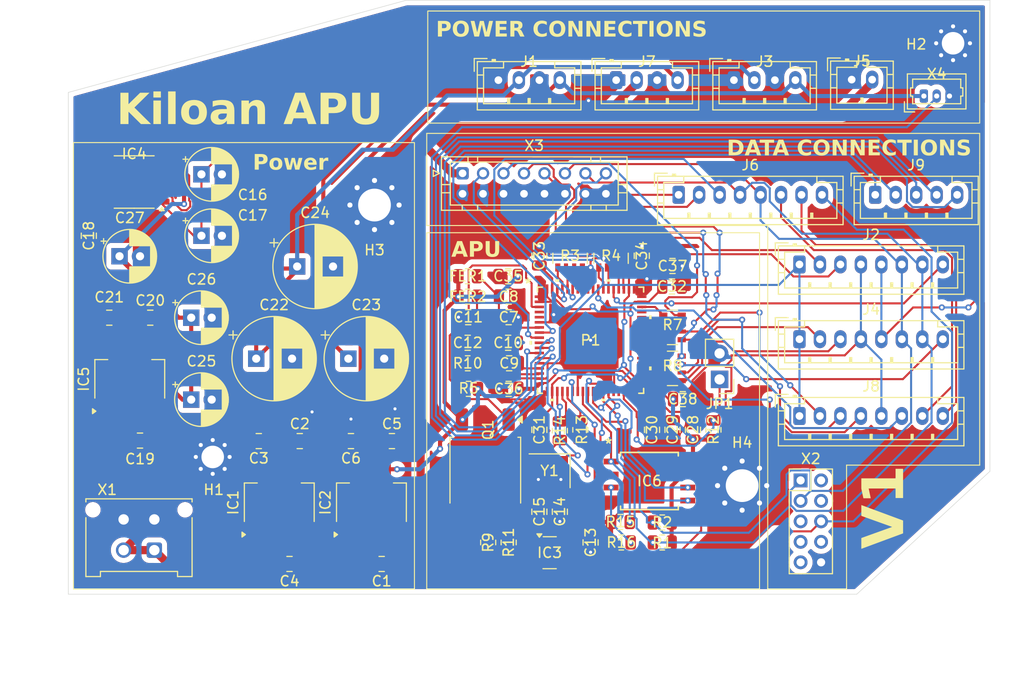
<source format=kicad_pcb>
(kicad_pcb (version 20241229) (generator "pcbnew") (generator_version "9.0")
  (layers (0 "F.Cu" signal) (2 "B.Cu" signal) (13 "F.Paste" user) (15 "B.Paste" user) (5 "F.SilkS" user "F.Silkscreen") (7 "B.SilkS" user "B.Silkscreen") (1 "F.Mask" user) (3 "B.Mask" user) (25 "Edge.Cuts" user))
  (net 0 "")
  (net 1 "GND")
  (net 2 "+12V")
  (net 3 "+5V")
  (net 4 "+3V3")
  (net 5 "Net-(P1-AVDD)")
  (net 6 "Net-(C9-Pad2)")
  (net 7 "Net-(P1-PVDD)")
  (net 8 "Net-(P1-PLLFILT)")
  (net 9 "Net-(P1-XTALIN{slash}MCLK)")
  (net 10 "Net-(C15-Pad1)")
  (net 11 "/VGROUND")
  (net 12 "Net-(IC4-NR)")
  (net 13 "+5VA")
  (net 14 "VPP")
  (net 15 "/~{RST}")
  (net 16 "Net-(IC3-MR)")
  (net 17 "Net-(IC6-~{WP})")
  (net 18 "Net-(IC6-SO)")
  (net 19 "Net-(IC6-SCK)")
  (net 20 "Net-(IC6-SI)")
  (net 21 "Net-(IC6-~{CS})")
  (net 22 "/TDM_ADC")
  (net 23 "/SCL")
  (net 24 "/BCLK_ADC")
  (net 25 "/MCLK")
  (net 26 "/SDA")
  (net 27 "/LRCK_ADC")
  (net 28 "/TDM_DAC")
  (net 29 "/BCLK_DAC")
  (net 30 "/LRCK_DAC")
  (net 31 "/BCLK:2")
  (net 32 "/xSCL")
  (net 33 "/LRCK:2")
  (net 34 "/~{USBRST}")
  (net 35 "/xSDA")
  (net 36 "/MDI:2")
  (net 37 "/xTDMIN")
  (net 38 "/xBCLK")
  (net 39 "/xTDMOUT")
  (net 40 "/xLRCK")
  (net 41 "Net-(P1-SELFBOOT)")
  (net 42 "/MDI:3")
  (net 44 "Net-(P1-BCLK_OUT0)")
  (net 45 "Net-(P1-BCLK_IN3)")
  (net 48 "Net-(P1-SDATA_OUT1)")
  (net 50 "/AUXADC3")
  (net 51 "Net-(P1-LRCLK_OUT1{slash}MP5)")
  (net 53 "Net-(P1-BCLK_IN2)")
  (net 54 "Net-(P1-BCLK_IN0)")
  (net 55 "Net-(P1-LRCLK_IN0{slash}MP10)")
  (net 56 "Net-(P1-XTALOUT)")
  (net 58 "/AUXADC4")
  (net 59 "/AUXADC0")
  (net 60 "/AUXADC1")
  (net 64 "/AUXADC5")
  (net 65 "Net-(P1-SDATA_OUT3)")
  (net 66 "Net-(P1-BCLK_IN1)")
  (net 69 "Net-(P1-LRCLK_IN2{slash}MP12)")
  (net 70 "Net-(P1-VDRIVE)")
  (net 71 "Net-(P1-LRCLK_IN1{slash}MP11)")
  (net 72 "Net-(P1-LRCLK_OUT0{slash}MP4)")
  (net 73 "Net-(P1-CLKOUT)")
  (net 74 "/AUXADC2")
  (net 75 "Net-(P1-LRCLK_IN3{slash}MP13)")
  (net 76 "Net-(P1-SDATA_OUT0)")
  (net 77 "Net-(P1-BCLK_OUT1)")
  (net 78 "/LRCK:3")
  (net 79 "/BCLK:3")
  (net 80 "/MDO:3")
  (net 83 "/MISO")
  (net 84 "/~{SS}")
  (net 85 "+5VD")
  (net 86 "/MOSI")
  (net 87 "/SCLK")
  (footprint "Package_SO:SOIC-8-1EP_3.9x4.9mm_P1.27mm_EP2.29x3mm" (layer "F.Cu") (at 126.43 99.75 180)
    (property "Reference" "IC4")
    (property "Value" "IC_TLE2426ID")
  )
  (footprint "Capacitor_SMD:C_0805_2012Metric" (layer "F.Cu") (at 181.0006 123.95 90)
    (property "Reference" "C28")
    (property "Value" "CAP_100n_50V_X7R_0805")
  )
  (footprint "Capacitor_THT:CP_Radial_D8.0mm_P3.50mm" (layer "F.Cu") (at 138.347349 117)
    (property "Reference" "C22")
    (property "Value" "330u_20%_25V_ALUM_RADIAL")
  )
  (footprint "MountingHole:MountingHole_3.2mm_M3_Pad_Via" (layer "F.Cu") (at 149.9 102)
    (property "Reference" "H3")
    (property "Value" "MountingHole_Pad")
  )
  (footprint "Capacitor_SMD:C_0805_2012Metric" (layer "F.Cu") (at 177.0006 123.95 -90)
    (property "Reference" "C30")
    (property "Value" "CAP_100n_50V_X7R_0805")
  )
  (footprint "Capacitor_THT:CP_Radial_D5.0mm_P2.00mm" (layer "F.Cu") (at 132 121)
    (property "Reference" "C25")
    (property "Value" "CAP_100u_20%_25V_ALUM_RADIAL")
  )
  (footprint "Capacitor_SMD:C_0805_2012Metric" (layer "F.Cu") (at 178.9506 109.95)
    (property "Reference" "C32")
    (property "Value" "CAP_100n_50V_X7R_0805")
  )
  (footprint "Capacitor_SMD:C_0805_2012Metric" (layer "F.Cu") (at 163.0506 117.45 180)
    (property "Reference" "C9")
    (property "Value" "50V 5.6nF")
  )
  (footprint "Resistor_SMD:R_0805_2012Metric" (layer "F.Cu") (at 161.0006 134.95 -90)
    (property "Reference" "R9")
    (property "Value" "RES_1K00_1%_0.125W_Thick_0805")
  )
  (footprint "Resistor_SMD:R_0805_2012Metric" (layer "F.Cu") (at 163.0006 134.95 -90)
    (property "Reference" "R11")
    (property "Value" "RES_100K_1%_0.125W_Thick_0805")
  )
  (footprint "Connector_JST:JST_PH_B2B-PH-K_1x02_P2.00mm_Vertical" (layer "F.Cu") (at 196.5 89.75)
    (property "Reference" "J5")
    (property "Value" "PowerCON ESP")
  )
  (footprint "Capacitor_SMD:C_0805_2012Metric" (layer "F.Cu") (at 127 125 180)
    (property "Reference" "C19")
    (property "Value" "CAP_10u0_25V_X5R_0805")
  )
  (footprint "Capacitor_SMD:C_0805_2012Metric" (layer "F.Cu") (at 159.0506 112.95 180)
    (property "Reference" "C11")
    (property "Value" "50V 100nF")
  )
  (footprint "Package_TO_SOT_SMD:SOT-143" (layer "F.Cu") (at 167.0006 135.95)
    (property "Reference" "IC3")
    (property "Value" "IC_ADM811TARTZ")
  )
  (footprint "SOIJ-8:SOIJ8-M_MC_MCH" (layer "F.Cu") (at 176.7471 128.95)
    (property "Reference" "IC6")
    (property "Value" "IC_25AA1024")
  )
  (footprint "Capacitor_THT:CP_Radial_D8.0mm_P3.50mm" (layer "F.Cu") (at 147.347349 117)
    (property "Reference" "C23")
    (property "Value" "330u_20%_25V_ALUM_RADIAL")
  )
  (footprint "Capacitor_SMD:C_0805_2012Metric" (layer "F.Cu") (at 162.9506 115.45)
    (property "Reference" "C10")
    (property "Value" "25V 10uF")
  )
  (footprint "Connector_JST:JST_PH_B5B-PH-K_1x05_P2.00mm_Vertical" (layer "F.Cu") (at 198.8 101)
    (property "Reference" "J9")
    (property "Value" "AUXADC")
  )
  (footprint "Capacitor_THT:CP_Radial_D5.0mm_P2.00mm" (layer "F.Cu") (at 132 113)
    (property "Reference" "C26")
    (property "Value" "CAP_100u_20%_25V_ALUM_RADIAL")
  )
  (footprint "Resistor_SMD:R_Array_Convex_4x0603" (layer "F.Cu") (at 179.0006 113.95)
    (property "Reference" "R7")
    (property "Value" "33R0_5%_4x0603")
  )
  (footprint "Connector_JST:JST_PH_B4B-PH-K_1x04_P2.00mm_Vertical" (layer "F.Cu") (at 185 89.8)
    (property "Reference" "J3")
    (property "Value" "PowerConDA-Wandler")
  )
  (footprint "Connector_Molex:Molex_PicoBlade_53047-0310_1x03_P1.25mm_Vertical" (layer "F.Cu") (at 203.55 91.355)
    (property "Reference" "X4")
    (property "Value" "Power LED")
  )
  (footprint "Connector_JST:JST_PH_B8B-PH-K_1x08_P2.00mm_Vertical" (layer "F.Cu") (at 191.4 107.8)
    (property "Reference" "J2")
    (property "Value" "AD-Wandler CON")
  )
  (footprint "Capacitor_THT:CP_Radial_D5.0mm_P2.00mm" (layer "F.Cu") (at 125 107)
    (property "Reference" "C27")
    (property "Value" "CAP_100u_20%_25V_ALUM_RADIAL")
  )
  (footprint "Resistor_SMD:R_0805_2012Metric" (layer "F.Cu") (at 159.0006 110.95)
    (property "Reference" "FER2")
    (property "Value" "210mΩ 0805")
  )
  (footprint "Package_TO_SOT_SMD:SOT-223" (layer "F.Cu") (at 126 119 90)
    (property "Reference" "IC5")
    (property "Value" "IC_LM1117MP-5.0")
  )
  (footprint "Connector_JST:JST_PH_B8B-PH-K_1x08_P2.00mm_Vertical" (layer "F.Cu") (at 191.4 115.1)
    (property "Reference" "J4")
    (property "Value" "DA-Wandler CON")
  )
  (footprint "Resistor_SMD:R_0805_2012Metric" (layer "F.Cu") (at 170.0006 123.95 -90)
    (property "Reference" "R13")
    (property "Value" "RES_33R0_1%_0.125W_Thick_0805")
  )
  (footprint "Capacitor_SMD:C_0805_2012Metric" (layer "F.Cu") (at 179.0006 123.95 -90)
    (property "Reference" "C29")
    (property "Value" "CAP_10u0_25V_X5R_0805")
  )
  (footprint "Package_TO_SOT_SMD:SOT-223" (layer "F.Cu") (at 140.6 131.05 90)
    (property "Reference" "IC1")
    (property "Value" "IC_LM1117MP-5.0")
  )
  (footprint "Connector_JST:JST_PH_B8B-PH-K_1x08_P2.00mm_Vertical" (layer "F.Cu") (at 179.6 101)
    (property "Reference" "J6")
    (property "Value" "ESP CON")
  )
  (footprint "Capacitor_SMD:C_0805_2012Metric" (layer "F.Cu") (at 151.6 125.05)
    (property "Reference" "C5")
    (property "Value" "CAP_100n_50V_X7R_0805")
  )
  (footprint "Capacitor_SMD:C_0805_2012Metric" (layer "F.Cu") (at 150.6 137.05 180)
    (property "Reference" "C1")
    (property "Value" "25V 10u0")
  )
  (footprint "Connector_JST:JST_PH_B4B-PH-K_1x04_P2.00mm_Vertical" (layer "F.Cu") (at 173.5 89.8)
    (property "Reference" "J7")
    (property "Value" "PowerConXMOS")
  )
  (footprint "Resistor_SMD:R_Array_Convex_4x0603" (layer "F.Cu") (at 169 107.2 90)
    (property "Reference" "R3")
    (property "Value" "33R0_5%_4x0603")
  )
  (footprint "Resistor_SMD:R_0805_2012Metric" (layer "F.Cu") (at 159.0006 117.45 180)
    (property "Reference" "R10")
    (property "Value" "4.32kΩ")
  )
  (footprint "Resistor_SMD:R_0805_2012Metric" (layer "F.Cu") (at 173.9131 132.95)
    (property "Reference" "R15")
    (property "Value" "RES_10K0_1%_0.125W_Thick_0805")
  )
  (footprint "Connector_JST:JST_PH_B4B-PH-K_1x04_P2.00mm_Vertical" (layer "F.Cu") (at 162 89.8)
    (property "Reference" "J1")
    (property "Value" "PowerConAD-Wandler")
  )
  (footprint "Capacitor_SMD:C_0805_2012Metric" (layer "F.Cu") (at 166.0006 131.95 -90)
    (property "Reference" "C15")
    (property "Value" "CAP_22p0_50V_C0G_NP0_0805")
  )
  (footprint "Connector_JST:JST_PHD_B16B-PHDSS_2x08_P2.00mm_Vertical" (layer "F.Cu") (at 158.5 98.9)
    (property "Reference" "X3")
    (property "Value" "ExpansionHeader")
  )
  (footprint "Capacitor_SMD:C_0805_2012Metric" (layer "F.Cu") (at 168.0006 131.95 -90)
    (property "Reference" "C14")
    (property "Value" "CAP_22p0_50V_C0G_NP0_0805")
  )
  (footprint "Capacitor_SMD:C_0805_2012Metric" (layer "F.Cu") (at 138.6 125.05 180)
    (property "Reference" "C3")
    (property "Value" "CAP_10u0_25V_X5R_0805")
  )
  (footprint "Resistor_SMD:R_Array_Convex_4x0603" (layer "F.Cu") (at 179.0006 117.95)
    (property "Reference" "R8")
    (property "Value" "33R0_5%_4x0603")
  )
  (footprint "Capacitor_SMD:C_0805_2012Metric" (layer "F.Cu") (at 163.0006 110.95)
    (property "Reference" "C8")
    (property "Value" "50V 100nF")
  )
  (footprint "MountingHole:MountingHole_3.2mm_M3_Pad_Via" (layer "F.Cu") (at 185.8 129.4)
    (property "Reference" "H4")
    (property "Value" "MountingHole_Pad")
  )
  (footprint "Capacitor_SMD:C_0805_2012Metric" (layer "F.Cu") (at 166.0006 106.95 90)
    (property "Reference" "C33")
    (property "Value" "CAP_100n_50V_X7R_0805")
  )
  (footprint "Package_TO_SOT_SMD:TO-252-2" (layer "F.Cu") (at 160.7206 127.99 -90)
    (property "Reference" "Q1")
    (property "Value" "ST STD2805T4")
  )
  (footprint "Capacitor_THT:CP_Radial_D5.0mm_P2.00mm" (layer "F.Cu") (at 133 99)
    (property "Reference" "C16")
    (property "Value" "CAP_100u_20%_25V_ALUM_RADIAL")
  )
  (footprint "Capacitor_SMD:C_0805_2012Metric" (layer "F.Cu") (at 162.9506 108.95 180)
    (property "Reference" "C35")
    (property "Value" "CAP_100n_50V_X7R_0805")
  )
  (footprint "adau1452:CP-72-6_ADI-M" (layer "F.Cu") (at 171 115.2)
    (property "Reference" "P1")
    (property "Value" "ADAU1452")
  )
  (footprint "Capacitor_SMD:C_0805_2012Metric" (layer "F.Cu") (at 163.0006 119.95 180)
    (property "Reference" "C36")
    (property "Value" "CAP_100n_50V_X7R_0805")
  )
  (footprint "Resistor_SMD:R_0805_2012Metric" (layer "F.Cu") (at 159.0881 119.95 180)
    (property "Reference" "R5")
    (property "Value" "1kΩ 0805")
  )
  (footprint "Resistor_SMD:R_0805_2012Metric" (layer "F.Cu") (at 174.0006 134.95)
    (property "Reference" "R16")
    (property "Value" "RES_10K0_1%_0.125W_Thick_0805")
  )
  (footprint "Capacitor_SMD:C_0805_2012Metric" (layer "F.Cu") (at 124 113 180)
    (property "Reference" "C21")
    (property "Value" "CAP_10u0_25V_X5R_0805")
  )
  (footprint "Connector_JST:JST_PH_B8B-PH-K_1x08_P2.00mm_Vertical" (layer "F.Cu") (at 191.4 122.6)
    (property "Reference" "J8")
    (property "Value" "XMOS CON")
  )
  (footprint "Capacitor_THT:CP_Radial_D5.0mm_P2.00mm" (layer "F.Cu") (at 133 105)
    (property "Reference" "C17")
    (property "Value" "CAP_100u_20%_25V_ALUM_RADIAL")
  )
  (footprint "Resistor_SMD:R_Array_Convex_4x0603" (layer "F.Cu") (at 173 107.2 90)
    (property "Reference" "R4")
    (property "Value" "33R0_5%_4x0603")
  )
  (footprint "Capacitor_SMD:C_0805_2012Metric" (layer "F.Cu") (at 171.0006 134.95 -90)
    (property "Reference" "C13")
    (property "Value" "CAP_100n_50V_X7R_0805")
  )
  (footprint "Capacitor_SMD:C_0805_2012Metric" (layer "F.Cu") (at 122 105 -90)
    (property "Reference" "C18")
    (property "Value" "CAP_10u0_25V_X5R_0805")
  )
  (footprint "Resistor_SMD:R_0805_2012Metric" (layer "F.Cu") (at 168.0006 124.0375 -90)
    (property "Reference" "R14")
    (property "Value" "RES_100R_1%_0.125W_Thick_0805")
  )
  (footprint "Capacitor_SMD:C_0805_2012Metric" (layer "F.Cu") (at 141.6 137.05 180)
    (property "Reference" "C4")
    (property "Value" "CAP_10u0_25V_X5R_0805")
  )
  (footprint "Connector_Molex:Molex_Micro-Fit_3.0_43045-0412_2x02_P3.00mm_Vertical" (layer "F.Cu") (at 128.4 135.7 180)
    (property "Reference" "X1")
    (property "Value" "PowerIN")
  )
  (footprint "Capacitor_SMD:C_0805_2012Metric" (layer "F.Cu") (at 166.0006 123.95 -90)
    (property "Reference" "C31")
    (property "Value" "CAP_100n_50V_X7R_0805")
  )
  (footprint "MountingHole:MountingHole_2.2mm_M2_Pad_Via" (layer "F.Cu") (at 206.4 86.2)
    (property "Reference" "H2")
    (property "Value" "MountingHole_Pad")
  )
  (footprint "Capacitor_SMD:C_0805_2012Metric" (layer "F.Cu") (at 142.6 125.05)
    (property "Reference" "C2")
    (property "Value" "CAP_100n_50V_X7R_0805")
  )
  (footprint "Resistor_SMD:R_0805_2012Metric" (layer "F.Cu") (at 178.0006 133 180)
    (property "Reference" "R2")
    (property "Value" "RES_2K00_1%_0.125W_Thick_0805")
  )
  (footprint "Capacitor_SMD:C_0805_2012Metric" (layer "F.Cu") (at 180.0006 120.95)
    (property "Reference" "C38")
    (property "Value" "CAP_100n_50V_X7R_0805")
  )
  (footprint "Connector_PinHeader_2.54mm:PinHeader_1x02_P2.54mm_Vertical" (layer "F.Cu") (at 183.6006 119.025 180)
    (property "Reference" "JP1")
    (property "Value" "CON_JUMPER")
  )
  (footprint "Capacitor_SMD:C_0805_2012Metric" (layer "F.Cu") (at 147.6 125.05 180)
    (property "Reference" "C6")
    (property "Value" "CAP_10u0_25V_X5R_0805")
  )
  (footprint "Resistor_SMD:R_0805_2012Metric" (layer "F.Cu") (at 178.0006 134.95 180)
    (property "Reference" "R1")
    (property "Value" "RES_2K00_1%_0.125W_Thick_0805")
  )
  (footprint "Package_TO_SOT_SMD:SOT-223" (layer "F.Cu") (at 149.6 131.05 90)
    (property "Reference" "IC2")
    (property "Value" "IC_NCP1117LPST33")
  )
  (footprint "Capacitor_SMD:C_0805_2012Metric" (layer "F.Cu") (at 176.0006 106.95 90)
    (property "Reference" "C34")
    (property "Value" "CAP_10u0_25V_X5R_0805")
  )
  (footprint "Connector_PinHeader_2.00mm:PinHeader_2x05_P2.00mm_Vertical" (layer "F.Cu") (at 191.512 128.888)
    (property "Reference" "X2")
    (property "Value" "USBi")
  )
  (footprint "Crystal:Crystal_SMD_3225-4Pin_3.2x2.5mm" (layer "F.Cu") (at 167.0006 127.95 180)
    (property "Reference" "Y1")
    (property "Value" "24M576")
  )
  (footprint "Capacitor_SMD:C_0805_2012Metric" (layer "F.Cu") (at 159.0006 115.45 180)
    (property "Reference" "C12")
    (property "Value" "50V 150pF")
  )
  (footprint "Capacitor_SMD:C_0805_2012Metric" (layer "F.Cu") (at 163.0006 112.95)
    (property "Reference" "C7")
    (property "Value" "25V 10uF")
  )
  (footprint "Resistor_SMD:R_0805_2012Metric" (layer "F.Cu") (at 183.0006 123.95 -90)
    (property "Reference" "R12")
    (property "Value" "RES_10K0_1%_0.125W_Thick_0805")
  )
  (footprint "Capacitor_SMD:C_0805_2012Metric" (layer "F.Cu") (at 128 113)
    (property "Reference" "C20")
    (property "Value" "CAP_100n_50V_X7R_0805")
  )
  (footprint "Capacitor_SMD:C_0805_2012Metric" (layer "F.Cu") (at 179.0006 107.95)
    (property "Reference" "C37")
    (property "Value" "CAP_100n_50V_X7R_0805")
  )
  (footprint "Resistor_SMD:R_0805_2012Metric" (layer "F.Cu") (at 159.0006 108.95)
    (property "Reference" "FER1")
    (property "Value" "210mΩ 0805")
  )
  (footprint "MountingHole:MountingHole_2.2mm_M2_Pad_Via" (layer "F.Cu") (at 134.1 126.6)
    (property "Reference" "H1")
    (property "Value" "MountingHole_Pad")
  )
  (footprint "Capacitor_THT:CP_Radial_D8.0mm_P3.50mm" (layer "F.Cu") (at 142.347349 108)
    (property "Reference" "C24")
    (property "Value" "330u_20%_25V_ALUM_RADIAL")
  )
  (gr_line (start 196 127.4) (end 209 127.4) (stroke (width 0.1)) (layer "F.SilkS"))
  (gr_line (start 196 139.5) (end 196 127.4) (stroke (width 0.1)) (layer "F.SilkS"))
  (gr_line (start 188.3 139.5) (end 196 139.5) (stroke (width 0.1)) (layer "F.SilkS"))
  (gr_line (start 155 104) (end 188.3 104) (stroke (width 0.1)) (layer "F.SilkS"))
  (gr_line (start 188.3 104) (end 188.3 139.5) (stroke (width 0.1)) (layer "F.SilkS"))
  (gr_rect (start 120.5 95.9) (end 153.8 139.5) (stroke (width 0.1)) (fill no) (layer "F.SilkS"))
  (gr_line (start 209 127.4) (end 209 97.9) (stroke (width 0.1)) (layer "F.SilkS"))
  (gr_line (start 155 95) (end 209 95) (stroke (width 0.1)) (layer "F.SilkS"))
  (gr_line (start 155 95) (end 155 104) (stroke (width 0.1)) (layer "F.SilkS"))
  (gr_line (start 209 95) (end 209 97.9) (stroke (width 0.1)) (layer "F.SilkS"))
  (gr_rect (start 155 104.7) (end 187.5 139.5) (stroke (width 0.1)) (fill no) (layer "F.SilkS"))
  (gr_rect (start 155.1 83.05) (end 209 94) (stroke (width 0.1)) (fill no) (layer "F.SilkS"))
  (gr_line (start 120 91) (end 120 140) (stroke (width 0.05)) (layer "Edge.Cuts"))
  (gr_line (start 120 140) (end 197 140) (stroke (width 0.05)) (layer "Edge.Cuts"))
  (gr_line (start 210 82) (end 153 82) (stroke (width 0.05)) (layer "Edge.Cuts"))
  (gr_line (start 120 91) (end 153 82) (stroke (width 0.05)) (layer "Edge.Cuts"))
  (gr_line (start 210 128) (end 210 82) (stroke (width 0.05)) (layer "Edge.Cuts"))
  (gr_line (start 197 140) (end 210 128) (stroke (width 0.05)) (layer "Edge.Cuts"))
  (gr_text "POWER CONNECTIONS" (at 155.9 85.8 0) (layer "F.SilkS") (effects (font (size 1.5 1.5) (thickness 0.3) (bold yes)) (justify left bottom)))
  (gr_text "APU" (at 157.4 107.3 0) (layer "F.SilkS") (effects (font (size 1.5 1.5) (thickness 0.3) (bold yes)) (justify left bottom)))
  (gr_text "V1" (at 202.2 135.6 90) (layer "F.SilkS") (effects (font (size 4 4) (thickness 0.2) (bold yes)) (justify left bottom)))
  (gr_text "DATA CONNECTIONS" (at 184.3 97.4 0) (layer "F.SilkS") (effects (font (size 1.5 1.5) (thickness 0.3) (bold yes)) (justify left bottom)))
  (gr_text "Power\n" (at 141.7 98.8 0) (layer "F.SilkS") (effects (font (size 1.5 1.5) (thickness 0.3) (bold yes)) (justify bottom)))
  (gr_text "Kiloan APU" (at 124.7 94.6 0) (layer "F.SilkS") (effects (font (size 3 3) (thickness 0.6) (bold yes)) (justify left bottom)))
  (segment (start 142.524 123.476) (end 142.524 124.024) (width 0.2) (layer "F.Cu") (net 1))
  (segment (start 131.801 99.124032) (end 131.801 101.551057) (width 0.2) (layer "F.Cu") (net 1))
  (segment (start 173.3016 118.2) (end 174.1 118.2) (width 0.2) (layer "F.Cu") (net 1))
  (segment (start 181.0006 121) (end 180.9506 120.95) (width 0.2) (layer "F.Cu") (net 1))
  (segment (start 173.3016 117.5016) (end 173.3016 118.2) (width 0.2) (layer "F.Cu") (net 1))
  (segment (start 162.0006 109) (end 162.0006 108.95) (width 0.2) (layer "F.Cu") (net 1))
  (segment (start 147.3 134.7) (end 147.3 134.2) (width 0.2) (layer "F.Cu") (net 1))
  (segment (start 179.9506 107.95) (end 179.9506 109.9) (width 0.2) (layer "F.Cu") (net 1))
  (segment (start 152.55 125.05) (end 152.55 122.55) (width 0.2) (layer "F.Cu") (net 1))
  (segment (start 179.1006 124.9) (end 179.0006 124.9) (width 0.2) (layer "F.Cu") (net 1))
  (segment (start 169.250001 113.450001) (end 165.9994 113.450001) (width 0.2) (layer "F.Cu") (net 1))
  (segment (start 163.9506 112.95) (end 163.9506 110.95) (width 0.2) (layer "F.Cu") (net 1))
  (segment (start 124.65 111.4) (end 127.35 111.4) (width 0.2) (layer "F.Cu") (net 1))
  (segment (start 163.9506 110.95) (end 162.0006 109) (width 0.2) (layer "F.Cu") (net 1))
  (segment (start 137.066726 125.433274) (end 135.266726 125.433274) (width 0.2) (layer "F.Cu") (net 1))
  (segment (start 183.6006 116.485) (end 180.9506 119.135) (width 0.2) (layer "F.Cu") (net 1))
  (segment (start 171 115.2) (end 166.750001 110.950001) (width 0.2) (layer "F.Cu") (net 1))
  (segment (start 181.0006 123) (end 181.0006 121) (width 0.2) (layer "F.Cu") (net 1))
  (segment (start 120.974 104.924) (end 120.974 99.209032) (width 0.2) (layer "F.Cu") (net 1))
  (segment (start 120.974 99.209032) (end 122.939032 97.244) (width 0.2) (layer "F.Cu") (net 1))
  (segment (start 175.249999 120.2006) (end 176.0006 119.449999) (width 0.2) (layer "F.Cu") (net 1))
  (segment (start 173.5 117.7) (end 171 115.2) (width 0.2) (layer "F.Cu") (net 1))
  (segment (start 163.0766 120.976) (end 162.0506 119.95) (width 0.2) (layer "F.Cu") (net 1))
  (segment (start 171 115.2) (end 169.250001 113.450001) (width 0.2) (layer "F.Cu") (net 1))
  (segment (start 138.676 124.024) (end 142.524 124.024) (width 0.2) (layer "F.Cu") (net 1))
  (segment (start 152.55 122.55) (end 151.9 121.9) (width 0.2) (layer "F.Cu") (net 1))
  (segment (start 142.244992 132.899) (end 145.999 132.899) (width 0.2) (layer "F.Cu") (net 1))
  (segment (start 131.801 101.551057) (end 131.901 101.651057) (width 0.2) (layer "F.Cu") (net 1))
  (segment (start 140.65 137.05) (end 141.8 135.9) (width 0.2) (layer "F.Cu") (net 1))
  (segment (start 131.548943 102.501) (end 131.051057 102.501) (width 0.2) (layer "F.Cu") (net 1))
  (segment (start 126.05 125) (end 123.7 122.65) (width 0.2) (layer "F.Cu") (net 1))
  (segment (start 149.65 137.05) (end 147.3 134.7) (width 0.2) (layer "F.Cu") (net 1))
  (segment (start 138.3 134.7) (end 138.3 134.2) (width 0.2) (layer "F.Cu") (net 1))
  (segment (start 166.750001 110.950001) (end 165.9994 110.950001) (width 0.2) (layer "F.Cu") (net 1))
  (segment (start 129.920968 97.244) (end 131.801 99.124032) (width 0.2) (layer "F.Cu") (net 1))
  (segment (start 166.0006 132.9) (end 164.1381 132.9) (width 0.2) (layer "F.Cu") (net 1))
  (segment (start 123.7 113.65) (end 123.05 113) (width 0.2) (layer "F.Cu") (net 1))
  (segment (start 171 115.2) (end 170.365699 115.2) (width 0.2) (layer "F.Cu") (net 1))
  (segment (start 171 115.2) (end 167.25 111.45) (width 0.2) (layer "F.Cu") (net 1))
  (segment (start 122 105.95) (end 120.974 104.924) (width 0.2) (layer "F.Cu") (net 1))
  (segment (start 128.955008 120.849) (end 127.644992 120.849) (width 0.2) (layer "F.Cu") (net 1))
  (segment (start 179.0006 124.9) (end 177.0006 124.9) (width 0.2) (layer "F.Cu") (net 1))
  (segment (start 123.7 122.15) (end 123.7 113.65) (width 0.2) (layer "F.Cu") (net 1))
  (segment (start 131.051057 102.501) (end 130.181 101.630943) (width 0.2) (layer "F.Cu") (net 1))
  (segment (start 141.8 133.343992) (end 142.244992 132.899) (width 0.2) (layer "F.Cu") (net 1))
  (segment (start 127.249 121.244992) (end 127.249 123.801) (width 0.2) (layer "F.Cu") (net 1))
  (segment (start 164.1381 132.9) (end 163.0006 134.0375) (width 0.2) (layer "F.Cu") (net 1))
  (segment (start 140.65 137.05) (end 138.3 134.7) (width 0.2) (layer "F.Cu") (net 1))
  (segment (start 137.65 125.05) (end 138.676 124.024) (width 0.2) (layer "F.Cu") (net 1))
  (segment (start 141.8 135.9) (end 141.8 133.343992) (width 0.2) (layer "F.Cu") (net 1))
  (segment (start 165.9734 118.924) (end 165.9994 118.95) (width 0.2) (layer "F.Cu") (net 1))
  (segment (start 171 115.2) (end 169.75 116.45) (width 0.2) (layer "F.Cu") (net 1))
  (segment (start 143.8 122.2) (end 142.524 123.476) (width 0.2) (layer "F.Cu") (net 1))
  (segment (start 145.999 132.899) (end 147.3 134.2) (width 0.2) (layer "F.Cu") (net 1))
  (segment (start 178.749601 122.199) (end 180.1996 122.199) (width 0.2) (layer "F.Cu") (net 1))
  (segment (start 127.644992 120.849) (end 127.249 121.244992) (width 0.2) (layer "F.Cu") (net 1))
  (segment (start 172.3 107.2) (end 171.3 107.2) (width 0.2) (layer "F.Cu") (net 1))
  (segment (start 137.45 125.05) (end 137.066726 125.433274) (width 0.2) (layer "F.Cu") (net 1))
  (segment (start 122.939032 97.244) (end 129.920968 97.244) (width 0.2) (layer "F.Cu") (net 1))
  (segment (start 166.750001 110.950001) (end 166.750001 110.1994) (width 0.2) (layer "F.Cu") (net 1))
  (segment (start 174.1 118.2) (end 175.349999 119.449999) (width 0.2) (layer "F.Cu") (net 1))
  (segment (start 171.3 107.2) (end 171 107.5) (width 0.2) (layer "F.Cu") (net 1))
  (segment (start 123.05 107) (end 122 105.95) (width 0.2) (layer "F.Cu") (net 1))
  (segment (start 123.05 113) (end 123.05 107) (width 0.2) (layer "F.Cu") (net 1))
  (segment (start 167.25 111.45) (end 165.9994 111.45) (width 0.2) (layer "F.Cu") (net 1))
  (segment (start 171 115.2) (end 168.749999 117.450001) (width 0.2) (layer "F.Cu") (net 1))
  (segment (start 138.3 134.2) (end 138.3 130.8) (width 0.2) (layer "F.Cu") (net 1))
  (segment (start 134.1 125.993992) (end 128.955008 120.849) (width 0.2) (layer "F.Cu") (net 1))
  (segment (start 130.181 101.314032) (end 129.251968 100.385) (width 0.2) (layer "F.Cu") (net 1))
  (segment (start 147.6 122.9) (end 146.65 123.85) (width 0.2) (layer "F.Cu") (net 1))
  (segment (start 163.0766 118.924) (end 165.9734 118.924) (width 0.2) (layer "F.Cu") (net 1))
  (segment (start 181.0006 123) (end 179.1006 124.9) (width 0.2) (layer "F.Cu") (net 1))
  (segment (start 176.0006 119.449999) (end 178.749601 122.199) (width 0.2) (layer "F.Cu") (net 1))
  (segment (start 173.3016 118.2) (end 173.3016 120.149001) (width 0.2) (layer "F.Cu") (net 1))
  (segment (start 164.8996 127.899) (end 164.8996 126.001) (width 0.2) (layer "F.Cu") (net 1))
  (segment (start 166.8 118.765699) (end 166.8 117.450001) (width 0.2) (layer "F.Cu") (net 1))
  (segment (start 166.615699 118.95) (end 166.8 118.765699) (width 0.2) (layer "F.Cu") (net 1))
  (segment (start 123.7 122.65) (end 123.7 122.15) (width 0.2) (layer "F.Cu") (net 1))
  (segment (start 130.181 101.630943) (end 130.181 101.314032) (width 0.2) (layer "F.Cu") (net 1))
  (segment (start 168.0006 132.9) (end 166.0006 132.9) (width 0.2) (layer "F.Cu") (net 1))
  (segment (start 166.0006 135.2) (end 166.0006 132.9) (width 0.2) (layer "F.Cu") (net 1))
  (segment (start 166.8 117.450001) (end 165.9994 117.450001) (width 0.2) (layer "F.Cu") (net 1))
  (segment (start 165.8006 128.8) (end 164.8996 127.899) (width 0.2) (layer "F.Cu") (net 1))
  (segment (start 176.0006 109.7) (end 176.5006 109.2) (width 0.2) (layer "F.Cu") (net 1))
  (segment (start 175.349999 119.449999) (end 176.0006 119.449999) (width 0.2) (layer "F.Cu") (net 1))
  (segment (start 173.3016 120.149001) (end 173.250001 120.2006) (width 0.2) (layer "F.Cu") (net 1))
  (segment (start 168.749999 117.450001) (end 166.8 117.450001) (width 0.2) (layer "F.Cu") (net 1))
  (segment (start 169.75 116.45) (end 169.75 120.2006) (width 0.2) (layer "F.Cu") (net 1))
  (segment (start 131.901 101.651057) (end 131.901 102.148943) (width 0.2) (layer "F.Cu") (net 1))
  (segment (start 180.9506 119.135) (end 180.9506 120.95) (width 0.2) (layer "F.Cu") (net 1))
  (segment (start 165.9006 128.8) (end 165.8006 128.8) (width 0.2) (layer "F.Cu") (net 1))
  (segment (start 180.1996 122.199) (end 181.0006 123) (width 0.2) (layer "F.Cu") (net 1))
  (segment (start 138.3 130.8) (end 135.266726 127.766726) (width 0.2) (layer "F.Cu") (net 1))
  (segment (start 166.750001 120.2006) (end 165.974601 120.976) (width 0.2) (layer "F.Cu") (net 1))
  (segment (start 162.0506 119.95) (end 163.0766 118.924) (width 0.2) (layer "F.Cu") (net 1))
  (segment (start 131.901 102.148943) (end 131.548943 102.501) (width 0.2) (layer "F.Cu") (net 1))
  (segment (start 137.65 125.05) (end 137.45 125.05) (width 0.2) (layer "F.Cu") (net 1))
  (segment (start 176.0006 110.950001) (end 175.249999 110.1994) (width 0.2) (layer "F.Cu") (net 1))
  (segment (start 123.05 113) (end 124.65 111.4) (width 0.2) (layer "F.Cu") (net 1))
  (segment (start 165.974601 120.976) (end 163.0766 120.976) (width 0.2) (layer "F.Cu") (net 1))
  (segment (start 173.250001 120.2006) (end 173.75 120.2006) (width 0.2) (layer "F.Cu") (net 1))
  (segment (start 171 107.5) (end 171 108.1) (width 0.2) (layer "F.Cu") (net 1))
  (segment (start 129.251968 100.385) (end 128.905 100.385) (width 0.2) (layer "F.Cu") (net 1))
  (segment (start 146.65 123.85) (end 146.65 125.05) (width 0.2) (layer "F.Cu") (net 1))
  (segment (start 171 115.2) (end 173.3016 117.5016) (width 0.2) (layer "F.Cu") (net 1))
  (segment (start 127.35 111.4) (end 128.95 113) (width 0.2) (layer "F.Cu") (net 1))
  (segment (start 165.9994 118.95) (end 166.615699 118.95) (width 0.2) (layer "F.Cu") (net 1))
  (segment (start 176.0006 110.950001) (end 176.0006 109.7) (width 0.2) (layer "F.Cu") (net 1))
  (segment (start 142.524 124.024) (end 143.55 125.05) (width 0.2) (layer "F.Cu") (net 1))
  (segment (start 134.1 126.6) (end 134.1 125.993992) (width 0.2) (layer "F.Cu") (net 1))
  (segment (start 179.9506 109.9) (end 179.9006 109.95) (width 0.2) (layer "F.Cu") (net 1))
  (segment (start 164.8996 126.001) (end 166.0006 124.9) (width 0.2) (layer "F.Cu") (net 1))
  (segment (start 127.249 123.801) (end 126.05 125) (width 0.2) (layer "F.Cu") (net 1))
  (via (at 167.4 112.7) (size 0.6) (drill 0.3) (layers "F.Cu" "B.Cu") (net 1))
  (via (at 143.8 122.2) (size 0.6) (drill 0.3) (layers "F.Cu" "B.Cu") (net 1))
  (via (at 162.0506 119.95) (size 0.6) (drill 0.3) (layers "F.Cu" "B.Cu") (net 1))
  (via (at 147.6 122.9) (size 0.6) (drill 0.3) (layers "F.Cu" "B.Cu") (net 1))
  (via (at 163.9506 112.95) (size 0.6) (drill 0.3) (layers "F.Cu" "B.Cu") (net 1))
  (via (at 163.9006 115.45) (size 0.6) (drill 0.3) (layers "F.Cu" "B.Cu") (net 1))
  (via (at 176.0006 106) (size 0.6) (drill 0.3) (layers "F.Cu" "B.Cu") (net 1))
  (via (at 168.1006 128.8) (size 0.6) (drill 0.3) (layers "F.Cu" "B.Cu") (net 1))
  (via (at 172.3 107.2) (size 0.6) (drill 0.3) (layers "F.Cu" "B.Cu") (net 1))
  (via (at 179.9506 107.95) (size 0.6) (drill 0.3) (layers "F.Cu" "B.Cu") (net 1))
  (via (at 151.9 121.9) (size 0.6) (drill 0.3) (layers "F.Cu" "B.Cu") (net 1))
  (via (at 165.9006 128.8) (size 0.6) (drill 0.3) (layers "F.Cu" "B.Cu") (net 1))
  (via (at 170.8 91.8) (size 0.6) (drill 0.3) (layers "F.Cu" "B.Cu") (net 1))
  (via (at 171 108.1) (size 0.6) (drill 0.3) (layers "F.Cu" "B.Cu") (net 1))
  (via (at 171.0006 135.9) (size 0.6) (drill 0.3) (layers "F.Cu" "B.Cu") (net 1))
  (via (at 166.0006 106) (size 0.6) (drill 0.3) (layers "F.Cu" "B.Cu") (net 1))
  (via (at 171 115.2) (size 0.6) (drill 0.3) (layers "F.Cu" "B.Cu") (net 1))
  (via (at 168.0006 132.9) (size 0.6) (drill 0.3) (layers "F.Cu" "B.Cu") (net 1))
  (via (at 176.5006 109.2) (size 0.6) (drill 0.3) (layers "F.Cu" "B.Cu") (net 1))
  (via (at 158.1006 112.95) (size 0.6) (drill 0.3) (layers "F.Cu" "B.Cu") (net 1))
  (segment (start 135 105) (end 135 99) (width 0.2) (layer "B.Cu") (net 1))
  (segment (start 141.847349 117) (end 137.847349 113) (width 0.2) (layer "B.Cu") (net 1))
  (segment (start 127 107) (end 134.13137 107) (width 0.2) (layer "B.Cu") (net 1))
  (segment (start 163.9006 113) (end 163.9506 112.95) (width 0.2) (layer "B.Cu") (net 1))
  (segment (start 148.6 121.9) (end 147.6 122.9) (width 0.2) (layer "B.Cu") (net 1))
  (segment (start 162.0506 117.3) (end 163.9006 115.45) (width 0.2) (layer "B.Cu") (net 1))
  (segment (start 151.9 121.9) (end 148.6 121.9) (width 0.2) (layer "B.Cu") (net 1))
  (segment (start 171.5171 106.95) (end 171.7671 107.2) (width 0.2) (layer "B.Cu") (net 1))
  (segment (start 135 106.13137) (end 135 105) (width 0.2) (layer "B.Cu") (net 1))
  (segment (start 145.847349 106.052651) (end 148.202944 103.697056) (width 0.2) (layer "B.Cu") (net 1))
  (segment (start 168.1006 128.8) (end 165.9006 128.8) (width 0.2) (layer "B.Cu") (net 1))
  (segment (start 125.4 132.7) (end 128.4 132.7) (width 0.2) (layer "B.Cu") (net 1))
  (segment (start 137.847349 121) (end 141.847349 117) (width 0.2) (layer "B.Cu") (net 1))
  (segment (start 171 108.1) (end 171 110.099944) (width 0.2) (layer "B.Cu") (net 1))
  (segment (start 163.9006 115.45) (end 163.9006 113) (width 0.2) (layer "B.Cu") (net 1))
  (segment (start 174.8006 107.2) (end 176.0006 106) (width 0.2) (layer "B.Cu") (net 1))
  (segment (start 166.0006 106) (end 166.9506 106.95) (width 0.2) (layer "B.Cu") (net 1))
  (segment (start 171.7671 107.2) (end 172.3 107.2) (width 0.2) (layer "B.Cu") (net 1))
  (segment (start 168.399944 112.7) (end 167.4 112.7) (width 0.2) (layer "B.Cu") (net 1))
  (segment (start 168.0006 132.9) (end 171.0006 135.9) (width 0.2) (layer "B.Cu") (net 1))
  (segment (start 145.847349 108) (end 145.847349 111.8) (width 0.2) (layer "B.Cu") (net 1))
  (segment (start 144.5 122.9) (end 143.8 122.2) (width 0.2) (layer "B.Cu") (net 1))
  (segment (start 134 124.85) (end 134.1 124.95) (width 0.2) (layer "B.Cu") (net 1))
  (segment (start 145.847349 112) (end 150.847349 117) (width 0.2) (layer "B.Cu") (net 1))
  (segment (start 163.9506 112.95) (end 158.1006 112.95) (width 0.2) (layer "B.Cu") (net 1))
  (segment (start 162.0506 119.95) (end 162.0506 117.3) (width 0.2) (layer "B.Cu") (net 1))
  (segment (start 178.0006 106) (end 176.0006 106) (width 0.2) (layer "B.Cu") (net 1))
  (segment (start 171 110.099944) (end 168.399944 112.7) (width 0.2) (layer "B.Cu") (net 1))
  (segment (start 132.933274 128.166726) (end 132.933274 127.766726) (width 0.2) (layer "B.Cu") (net 1))
  (segment (start 147.6 122.9) (end 144.5 122.9) (width 0.2) (layer "B.Cu") (net 1))
  (segment (start 166.9506 106.95) (end 171.5171 106.95) (width 0.2) (layer "B.Cu") (net 1))
  (segment (start 134 121) (end 137.847349 121) (width 0.2) (layer "B.Cu") (net 1))
  (segment (start 178.7006 109.2) (end 179.9506 107.95) (width 0.2) (layer "B.Cu") (net 1))
  (segment (start 176.5006 109.2) (end 178.7006 109.2) (width 0.2) (layer "B.Cu") (net 1))
  (segment (start 134.13137 107) (end 135 106.13137) (width 0.2) (layer "B.Cu") (net 1))
  (segment (start 141.847349 117) (end 141.847349 115.8) (width 0.2) (layer "B.Cu") (net 1))
  (segment (start 134 121) (end 134 124.85) (width 0.2) (layer "B.Cu") (net 1))
  (segment (start 137.847349 113) (end 134 113) (width 0.2) (layer "B.Cu") (net 1))
  (segment (start 145.847349 108) (end 145.847349 106.052651) (width 0.2) (layer "B.Cu") (net 1))
  (segment (start 145.847349 111.8) (end 145.847349 112) (width 0.2) (layer "B.Cu") (net 1))
  (segment (start 141.847349 115.8) (end 145.847349 111.8) (width 0.2) (layer "B.Cu") (net 1))
  (segment (start 128.4 132.7) (end 132.933274 128.166726) (width 0.2) (layer "B.Cu") (net 1))
  (segment (start 172.3 107.2) (end 174.8006 107.2) (width 0.2) (layer "B.Cu") (net 1))
  (segment (start 178.0006 106) (end 179.9506 107.95) (width 0.2) (layer "B.Cu") (net 1))
  (segment (start 127.95 125) (end 127.95 122.5) (width 0.8) (layer "F.Cu") (net 2))
  (segment (start 175.5 90.1) (end 172.6 93) (width 0.8) (layer "F.Cu") (net 2))
  (segment (start 157.5 98.9) (end 158.5 98.9) (width 0.8) (layer "F.Cu") (net 2))
  (segment (start 154.4 136.5) (end 154.4 95.8) (width 0.8) (layer "F.Cu") (net 2))
  (segment (start 141.949 138.376) (end 142.55 137.775) (width 0.8) (layer "F.Cu") (net 2))
  (segment (start 127.95 122.5) (end 128.3 122.15) (width 0.8) (layer "F.Cu") (net 2))
  (segment (start 142.55 137.05) (end 142.55 134.55) (width 0.8) (layer "F.Cu") (net 2))
  (segment (start 198.5 90.025) (end 198.5 89.75) (width 0.8) (layer "F.Cu") (net 2))
  (segment (start 152.7 138.2) (end 154.4 136.5) (width 0.8) (layer "F.Cu") (net 2))
  (segment (start 143.876 138.376) (end 150.949 138.376) (width 0.8) (layer "F.Cu") (net 2))
  (segment (start 127.95 125.035424) (end 127.95 125) (width 0.8) (layer "F.Cu") (net 2))
  (segment (start 125.4 135.7) (end 126.751 134.349) (width 0.8) (layer "F.Cu") (net 2))
  (segment (start 157.1 93.1) (end 157.1 93) (width 0.8) (layer "F.Cu") (net 2))
  (segment (start 195.525 93) (end 198.5 90.025) (width 0.8) (layer "F.Cu") (net 2))
  (segment (start 154.4 95.8) (end 157.5 98.9) (width 0.8) (layer "F.Cu") (net 2))
  (segment (start 172.6 93) (end 195.525 93) (width 0.8) (layer "F.Cu") (net 2))
  (segment (start 131.076 138.376) (end 128.4 135.7) (width 0.8) (layer "F.Cu") (net 2))
  (segment (start 157.1 93) (end 172.6 93) (width 0.8) (layer "F.Cu") (net 2))
  (segment (start 126.751 126.234424) (end 127.95 125.035424) (width 0.8) (layer "F.Cu") (net 2))
  (segment (start 126.751 134.349) (end 126.751 126.234424) (width 0.8) (layer "F.Cu") (net 2))
  (segment (start 154.4 95.8) (end 157.1 93.1) (width 0.8) (layer "F.Cu") (net 2))
  (segment (start 141.949 138.376) (end 131.076 138.376) (width 0.8) (layer "F.Cu") (net 2))
  (segment (start 151.55 134.55) (end 151.9 134.2) (width 0.8) (layer "F.Cu") (net 2))
  (segment (start 151.55 137.775) (end 151.55 137.05) (width 0.8) (layer "F.Cu") (net 2))
  (segment (start 150.949 138.376) (end 151.55 137.775) (width 0.8) (layer "F.Cu") (net 2))
  (segment (start 142.55 137.775) (end 142.55 137.05) (width 0.8) (layer "F.Cu") (net 2))
  (segment (start 151.55 137.05) (end 152.7 138.2) (width 0.8) (layer "F.Cu") (net 2))
  (segment (start 128.4 135.7) (end 125.4 135.7) (width 0.8) (layer "F.Cu") (net 2))
  (segment (start 151.55 137.05) (end 151.55 134.55) (width 0.8) (layer "F.Cu") (net 2))
  (segment (start 142.55 134.55) (end 142.9 134.2) (width 0.8) (layer "F.Cu") (net 2))
  (segment (start 175.5 89.8) (end 175.5 90.1) (width 0.8) (layer "F.Cu") (net 2))
  (segment (start 142.55 137.05) (end 143.876 138.376) (width 0.8) (layer "F.Cu") (net 2))
  (segment (start 144.9 104.9) (end 148.548349 108.548349) (width 0.4) (layer "F.Cu") (net 3))
  (segment (start 148.548349 108.548349) (end 148.548349 120.201071) (width 0.4) (layer "F.Cu") (net 3))
  (segment (start 179.5 89.8) (end 178.224 88.524) (width 0.4) (layer "F.Cu") (net 3))
  (segment (start 155.876 88.524) (end 144.9 99.5) (width 0.4) (layer "F.Cu") (net 3))
  (segment (start 178.224 88.524) (end 155.876 88.524) (width 0.4) (layer "F.Cu") (net 3))
  (segment (start 140.6 126.1) (end 139.55 125.05) (width 0.4) (layer "F.Cu") (net 3))
  (segment (start 142.5 127.9) (end 140.6 127.9) (width 0.4) (layer "F.Cu") (net 3))
  (segment (start 144.9 99.5) (end 144.9 104.9) (width 0.4) (layer "F.Cu") (net 3))
  (segment (start 144.451 124.29842) (end 144.451 125.949) (width 0.4) (layer "F.Cu") (net 3))
  (segment (start 144.451 125.949) (end 142.5 127.9) (width 0.4) (layer "F.Cu") (net 3))
  (segment (start 140.6 127.9) (end 140.6 134.2) (width 0.4) (layer "F.Cu") (net 3))
  (segment (start 140.6 126.1) (end 141.65 125.05) (width 0.4) (layer "F.Cu") (net 3))
  (segment (start 148.548349 120.201071) (end 144.451 124.29842) (width 0.4) (layer "F.Cu") (net 3))
  (segment (start 140.6 127.9) (end 140.6 126.1) (width 0.4) (layer "F.Cu") (net 3))
  (segment (start 178.9131 131.95) (end 178.8121 131.849) (width 0.4) (layer "F.Cu") (net 4))
  (segment (start 149.6 127.9) (end 149.6 126.1) (width 0.4) (layer "F.Cu") (net 4))
  (segment (start 156.7486 112.2895) (end 158.0881 110.95) (width 0.4) (layer "F.Cu") (net 4))
  (segment (start 166.070999 119.3784) (end 165.9994 119.449999) (width 0.2) (layer "F.Cu") (net 4))
  (segment (start 178.9131 129.443501) (end 178.9131 131.95) (width 0.4) (layer "F.Cu") (net 4))
  (segment (start 149.6 127.9) (end 149.6 134.2) (width 0.4) (layer "F.Cu") (net 4))
  (segment (start 166.754399 119.3784) (end 166.070999 119.3784) (width 0.2) (layer "F.Cu") (net 4))
  (segment (start 176.616899 118.95) (end 178.616899 120.95) (width 0.2) (layer "F.Cu") (net 4))
  (segment (start 181.0006 124.9) (end 182.9631 124.9) (width 0.4) (layer "F.Cu") (net 4))
  (segment (start 173.0006 132.95) (end 173.0006 134.8625) (width 0.4) (layer "F.Cu") (net 4))
  (segment (start 154.608416 92.199) (end 146.299 100.508416) (width 0.4) (layer "F.Cu") (net 4))
  (segment (start 146.299 104.199) (end 149.149349 107.049349) (width 0.4) (layer "F.Cu") (net 4))
  (segment (start 174.264516 117.615986) (end 174.264516 117.764516) (width 0.2) (layer "F.Cu") (net 4))
  (segment (start 156.3 125.8) (end 156.3 125.0906) (width 0.4) (layer "F.Cu") (net 4))
  (segment (start 150.65 123.85) (end 150.65 125.05) (width 0.4) (layer "F.Cu") (net 4))
  (segment (start 152.05 127.85) (end 152.1 127.8) (width 0.4) (layer "F.Cu") (net 4))
  (segment (start 174.75 110.8828) (end 174.75 110.1994) (width 0.2) (layer "F.Cu") (net 4))
  (segment (start 173.0006 132.95) (end 172.0506 132.95) (width 0.4) (layer "F.Cu") (net 4))
  (segment (start 150.749349 124.950651) (end 150.65 125.05) (width 0.4) (layer "F.Cu") (net 4))
  (segment (start 163.9506 119.95) (end 165.5278 119.95) (width 0.4) (layer "F.Cu") (net 4))
  (segment (start 174.3 111.3328) (end 174.75 110.8828) (width 0.2) (layer "F.Cu") (net 4))
  (segment (start 181.0006 124.9) (end 181.0006 126.538) (width 0.4) (layer "F.Cu") (net 4))
  (segment (start 182.9631 124.9) (end 183.0006 124.8625) (width 0.4) (layer "F.Cu") (net 4))
  (segment (start 165.601 92.199) (end 154.608416 92.199) (width 0.4) (layer "F.Cu") (net 4))
  (segment (start 158.4406 122.95) (end 156.7486 121.258) (width 0.4) (layer "F.Cu") (net 4))
  (segment (start 149.149349 107.049349) (end 149.149349 122.349349) (width 0.4) (layer "F.Cu") (net 4))
  (segment (start 149.7 127.8) (end 149.6 127.9) (width 0.4) (layer "F.Cu") (net 4))
  (segment (start 178.9131 133) (end 178.9131 134.95) (width 0.4) (layer "F.Cu") (net 4))
  (segment (start 165.5278 119.95) (end 165.9994 119.4784) (width 0.4) (layer "F.Cu") (net 4))
  (segment (start 181.0006 126.538) (end 180.4936 127.045) (width 0.4) (layer "F.Cu") (net 4))
  (segment (start 152.1 127.8) (end 149.7 127.8) (width 0.4) (layer "F.Cu") (net 4))
  (segment (start 180.4936 128.315) (end 180.041601 128.315) (width 0.4) (layer "F.Cu") (net 4))
  (segment (start 158.0881 110.95) (end 158.0881 108.95) (width 0.4) (layer "F.Cu") (net 4))
  (segment (start 156.3 125.0906) (end 158.4406 122.95) (width 0.4) (layer "F.Cu") (net 4))
  (segment (start 146.299 100.508416) (end 146.299 104.199) (width 0.4) (layer "F.Cu") (net 4))
  (segment (start 176.0006 107.9) (end 176.9506 107.9) (width 0.2) (layer "F.Cu") (net 4))
  (segment (start 166.754399 119.3784) (end 167.574208 118.558591) (width 0.2) (layer "F.Cu") (net 4))
  (segment (start 156.7486 121.258) (end 156.7486 112.2895) (width 0.4) (layer "F.Cu") (net 4))
  (segment (start 149.149349 122.349349) (end 150.65 123.85) (width 0.4) (layer "F.Cu") (net 4))
  (segment (start 176.9506 107.9) (end 177.0006 107.95) (width 0.2) (layer "F.Cu") (net 4))
  (segment (start 176.0006 107.9) (end 174.75 109.1506) (width 0.2) (layer "F.Cu") (net 4))
  (segment (start 149.6 126.1) (end 148.55 125.05) (width 0.4) (layer "F.Cu") (net 4))
  (segment (start 174.75 109.1506) (end 174.75 110.1994) (width 0.2) (layer "F.Cu") (net 4))
  (segment (start 173.0006 134.8625) (end 173.0881 134.95) (width 0.4) (layer "F.Cu") (net 4))
  (segment (start 175.45 118.95) (end 176.0006 118.95) (width 0.2) (layer "F.Cu") (net 4))
  (segment (start 174.3 113.4) (end 174.3 111.3328) (width 0.2) (layer "F.Cu") (net 4))
  (segment (start 178.9131 131.95) (end 178.9131 133) (width 0.4) (layer "F.Cu") (net 4))
  (segment (start 169.0006 134) (end 168.0006 135) (width 0.4) (layer "F.Cu") (net 4))
  (segment (start 180.4936 127.045) (end 180.4936 128.315) (width 0.4) (layer "F.Cu") (net 4))
  (segment (start 178.8121 131.849) (end 174.1016 131.849) (width 0.4) (layer "F.Cu") (net 4))
  (segment (start 174.264516 117.764516) (end 175.45 118.95) (width 0.2) (layer "F.Cu") (net 4))
  (segment (start 172.0506 132.95) (end 171.0006 134) (width 0.4) (layer "F.Cu") (net 4))
  (segment (start 168 89.8) (end 165.601 92.199) (width 0.4) (layer "F.Cu") (net 4))
  (segment (start 180.041601 128.315) (end 178.9131 129.443501) (width 0.4) (layer "F.Cu") (net 4))
  (segment (start 176.0006 118.95) (end 176.616899 118.95) (width 0.2) (layer "F.Cu") (net 4))
  (segment (start 171.0006 134) (end 169.0006 134) (width 0.4) (layer "F.Cu") (net 4))
  (segment (start 177.0006 107.95) (end 178.0506 107.95) (width 0.2) (layer "F.Cu") (net 4))
  (segment (start 149.6 126.1) (end 150.65 125.05) (width 0.4) (layer "F.Cu") (net 4))
  (segment (start 178.616899 120.95) (end 179.0506 120.95) (width 0.2) (layer "F.Cu") (net 4))
  (segment (start 174.1016 131.849) (end 173.0006 132.95) (width 0.4) (layer "F.Cu") (net 4))
  (segment (start 167.574208 118.558591) (end 167.574208 118.224265) (width 0.2) (layer "F.Cu") (net 4))
  (via (at 156.3 125.8) (size 0.6) (drill 0.3) (layers "F.Cu" "B.Cu") (net 4))
  (via (at 152.1 127.8) (size 0.6) (drill 0.3) (layers "F.Cu" "B.Cu") (net 4))
  (via (at 167.574208 118.224265) (size 0.6) (drill 0.3) (layers "F.Cu" "B.Cu") (net 4))
  (via (at 181.0006 124.9) (size 0.6) (drill 0.3) (layers "F.Cu" "B.Cu") (net 4))
  (via (at 158.5006 122.95) (size 0.6) (drill 0.3) (layers "F.Cu" "B.Cu") (net 4))
  (via (at 160.0006 119.95) (size 0.6) (drill 0.3) (layers "F.Cu" "B.Cu") (net 4))
  (via (at 164.0006 119.95) (size 0.6) (drill 0.3) (layers "F.Cu" "B.Cu") (net 4))
  (via (at 174.3 113.4) (size 0.6) (drill 0.3) (layers "F.Cu" "B.Cu") (net 4))
  (via (at 174.264516 117.615986) (size 0.6) (drill 0.3) (layers "F.Cu" "B.Cu") (net 4))
  (via (at 158.0881 110.95) (size 0.6) (drill 0.3) (layers "F.Cu" "B.Cu") (net 4))
  (via (at 179.0506 120.95) (size 0.6) (drill 0.3) (layers "F.Cu" "B.Cu") (net 4))
  (via (at 163.9006 108.95) (size 0.6) (drill 0.3) (layers "F.Cu" "B.Cu") (net 4))
  (segment (start 160.7016 120.651) (end 163.2996 120.651) (width 0.4) (layer "B.Cu") (net 4))
  (segment (start 160.0006 119.95) (end 160.0006 121.45) (width 0.4) (layer "B.Cu") (net 4))
  (segment (start 174.2 117.65) (end 173.7 118.15) (width 0.2) (layer "B.Cu") (net 4))
  (segment (start 191 89.8) (end 192.555 91.355) (width 0.4) (layer "B.Cu") (net 4))
  (segment (start 160.0006 121.45) (end 158.5006 122.95) (width 0.4) (layer "B.Cu") (net 4))
  (segment (start 168 89.8) (end 169.276 91.076) (width 0.4) (layer "B.Cu") (net 4))
  (segment (start 160.0006 119.95) (end 160.7016 120.651) (width 0.4) (layer "B.Cu") (net 4))
  (segment (start 167.648473 118.15) (end 167.574208 118.224265) (width 0.2) (layer "B.Cu") (net 4))
  (segment (start 173.7 118.15) (end 167.648473 118.15) (width 0.2) (layer "B.Cu") (net 4))
  (segment (start 174.2 117.65) (end 174.234014 117.615986) (width 0.2) (layer "B.Cu") (net 4))
  (segment (start 163.9006 108.95) (end 161.9006 110.95) (width 0.4) (layer "B.Cu") (net 4))
  (segment (start 181.0006 124.9) (end 179.0506 122.95) (width 0.4) (layer "B.Cu") (net 4))
  (segment (start 174.234014 117.615986) (end 174.264516 117.615986) (width 0.2) (layer "B.Cu") (net 4))
  (segment (start 161.9006 110.95) (end 158.0881 110.95) (width 0.4) (layer "B.Cu") (net 4))
  (segment (start 174.3 113.4) (end 174.2 113.5) (width 0.2) (layer "B.Cu") (net 4))
  (segment (start 189.724 91.076) (end 191 89.8) (width 0.4) (layer "B.Cu") (net 4))
  (segment (start 192.555 91.355) (end 203.55 91.355) (width 0.4) (layer "B.Cu") (net 4))
  (segment (start 154.3 127.8) (end 156.3 125.8) (width 0.4) (layer "B.Cu") (net 4))
  (segment (start 163.2996 120.651) (end 164.0006 119.95) (width 0.4) (layer "B.Cu") (net 4))
  (segment (start 174.2 113.5) (end 174.2 117.65) (width 0.2) (layer "B.Cu") (net 4))
  (segment (start 152.1 127.8) (end 154.3 127.8) (width 0.4) (layer "B.Cu") (net 4))
  (segment (start 179.0506 122.95) (end 179.0506 120.95) (width 0.4) (layer "B.Cu") (net 4))
  (segment (start 169.276 91.076) (end 189.724 91.076) (width 0.4) (layer "B.Cu") (net 4))
  (segment (start 162.0506 112.95) (end 163.0766 113.976) (width 0.2) (layer "F.Cu") (net 5))
  (segment (start 160.0506 108.95) (end 159.9131 108.95) (width 0.2) (layer "F.Cu") (net 5))
  (segment (start 165.9734 113.976) (end 165.9994 113.95) (width 0.2) (layer "F.Cu") (net 5))
  (segment (start 163.0766 113.976) (end 165.9734 113.976) (width 0.2) (layer "F.Cu") (net 5))
  (segment (start 162.0506 110.95) (end 160.0506 108.95) (width 0.2) (layer "F.Cu") (net 5))
  (segment (start 162.0506 112.95) (end 162.0506 110.95) (width 0.2) (layer "F.Cu") (net 5))
  (segment (start 162.1006 117.45) (end 159.9131 117.45) (width 0.2) (layer "F.Cu") (net 6))
  (segment (start 164.0006 117.45) (end 164.5006 117.95) (width 0.2) (layer "F.Cu") (net 7))
  (segment (start 160.0006 112.95) (end 160.0006 112.45) (width 0.2) (layer "F.Cu") (net 7))
  (segment (start 160.0006 112.45) (end 159.9131 112.3625) (width 0.2) (layer "F.Cu") (net 7))
  (segment (start 159.9506 115) (end 160.0006 114.95) (width 0.2) (layer "F.Cu") (net 7))
  (segment (start 164.0006 117.45) (end 162.0006 115.45) (width 0.2) (layer "F.Cu") (net 7))
  (segment (start 159.9131 110.95) (end 159.9131 112.8625) (width 0.2) (layer "F.Cu") (net 7))
  (segment (start 159.9506 113.5) (end 159.9506 115.45) (width 0.2) (layer "F.Cu") (net 7))
  (segment (start 159.9131 112.8625) (end 160.0006 112.95) (width 0.2) (layer "F.Cu") (net 7))
  (segment (start 164.5006 117.95) (end 165.9994 117.95) (width 0.2) (layer "F.Cu") (net 7))
  (segment (start 162.0006 115.45) (end 159.9506 115.45) (width 0.2) (layer "F.Cu") (net 7))
  (segment (start 160.0006 112.95) (end 160.0006 113.45) (width 0.2) (layer "F.Cu") (net 7))
  (segment (start 159.9506 115.45) (end 159.9506 115) (width 0.2) (layer "F.Cu") (net 7))
  (segment (start 160.0006 113.45) (end 159.9506 113.5) (width 0.2) (layer "F.Cu") (net 7))
  (segment (start 159.1597 118.5216) (end 165.927801 118.5216) (width 0.2) (layer "F.Cu") (net 8))
  (segment (start 158.0881 117.45) (end 159.1597 118.5216) (width 0.2) (layer "F.Cu") (net 8))
  (segment (start 158.0506 115.45) (end 158.0506 117.4125) (width 0.2) (layer "F.Cu") (net 8))
  (segment (start 158.0506 117.4125) (end 158.0881 117.45) (width 0.2) (layer "F.Cu") (net 8))
  (segment (start 165.927801 118.5216) (end 165.9994 118.450001) (width 0.2) (layer "F.Cu") (net 8))
  (segment (start 168.1006 127.1) (end 168.2006 127.1) (width 0.2) (layer "F.Cu") (net 9))
  (segment (start 167.749999 121.449399) (end 168.0006 121.7) (width 0.2) (layer "F.Cu") (net 9))
  (segment (start 167.749999 120.2006) (end 167.749999 121.449399) (width 0.2) (layer "F.Cu") (net 9))
  (segment (start 169.1016 129.899) (end 168.0006 131) (width 0.2) (layer "F.Cu") (net 9))
  (segment (start 169.1016 128.001) (end 169.1016 129.899) (width 0.2) (layer "F.Cu") (net 9))
  (segment (start 168.2006 127.1) (end 169.1016 128.001) (width 0.2) (layer "F.Cu") (net 9))
  (segment (start 169.7506 126.45) (end 168.7506 126.45) (width 0.2) (layer "F.Cu") (net 9))
  (segment (start 168.7506 126.45) (end 168.1006 127.1) (width 0.2) (layer "F.Cu") (net 9))
  (via (at 169.7506 126.45) (size 0.6) (drill 0.3) (layers "F.Cu" "B.Cu") (net 9))
  (via (at 168.0006 121.7) (size 0.6) (drill 0.3) (layers "F.Cu" "B.Cu") (net 9))
  (segment (start 168.0006 121.7) (end 168.0006 124.7) (width 0.2) (layer "B.Cu") (net 9))
  (segment (start 168.0006 124.7) (end 169.7506 126.45) (width 0.2) (layer "B.Cu") (net 9))
  (segment (start 166.0006 131) (end 166.9016 130.099) (width 0.2) (layer "F.Cu") (net 10))
  (segment (start 168.0006 124.95) (end 168.0006 125) (width 0.2) (layer "F.Cu") (net 10))
  (segment (start 166.0516 127.1) (end 165.9006 127.1) (width 0.2) (layer "F.Cu") (net 10))
  (segment (start 166.9016 127.95) (end 166.0516 127.1) (width 0.2) (layer "F.Cu") (net 10))
  (segment (start 166.9016 130.099) (end 166.9016 127.95) (width 0.2) (layer "F.Cu") (net 10))
  (segment (start 168.0006 125) (end 165.9006 127.1) (width 0.2) (layer "F.Cu") (net 10))
  (segment (start 135.8 96.2) (end 146.7 96.2) (width 0.2) (layer "F.Cu") (net 11))
  (segment (start 203.6 87.2) (end 208.8 92.4) (width 0.2) (layer "F.Cu") (net 11))
  (segment (start 128.905 101.655) (end 132.25 105) (width 0.2) (layer "F.Cu") (net 11))
  (segment (start 133 99) (end 135.8 96.2) (width 0.2) (layer "F.Cu") (net 11))
  (segment (start 132.25 105) (end 133 105) (width 0.2) (layer "F.Cu") (net 11))
  (segment (start 208.8 92.4) (end 208.8 111.1) (width 0.2) (layer "F.Cu") (net 11))
  (segment (start 208.8 111.1) (end 207.9 112) (width 0.2) (layer "F.Cu") (net 11))
  (segment (start 162.9 87.2) (end 203.6 87.2) (width 0.2) (layer "F.Cu") (net 11))
  (segment (start 202.5 112) (end 199.4 115.1) (width 0.2) (layer "F.Cu") (net 11))
  (segment (start 146.7 96.2) (end 155.7 87.2) (width 0.2) (layer "F.Cu") (net 11))
  (segment (start 205.3 112) (end 202.5 112) (width 0.2) (layer "F.Cu") (net 11))
  (segment (start 155.7 87.2) (end 162.9 87.2) (width 0.2) (layer "F.Cu") (net 11))
  (segment (start 133 99) (end 133 105) (width 0.2) (layer "F.Cu") (net 11))
  (via (at 207.9 112) (size 0.6) (drill 0.3) (layers "F.Cu" "B.Cu") (net 11))
  (via (at 205.3 112) (size 0.6) (drill 0.3) (layers "F.Cu" "B.Cu") (net 11))
  (segment (start 207.9 112) (end 205.3 112) (width 0.2) (layer "B.Cu") (net 11))
  (segment (start 199.4 107.8) (end 199.4 115.1) (width 0.2) (layer "B.Cu") (net 11))
  (segment (start 122 103.61) (end 122 104.05) (width 0.2) (layer "F.Cu") (net 12))
  (segment (start 123.955 101.655) (end 122 103.61) (width 0.2) (layer "F.Cu") (net 12))
  (segment (start 126 115.85) (end 126 114.05) (width 0.4) (layer "F.Cu") (net 13))
  (segment (start 138.347349 112.352651) (end 138.347349 117) (width 0.4) (layer "F.Cu") (net 13))
  (segment (start 132 121) (end 132 113) (width 0.4) (layer "F.Cu") (net 13))
  (segment (start 142.146349 108.201) (end 142.347349 108) (width 0.4) (layer "F.Cu") (net 13))
  (segment (start 131.15 121) (end 132 121) (width 0.4) (layer "F.Cu") (net 13))
  (segment (start 130.8 113) (end 125 107.2) (width 0.4) (layer "F.Cu") (net 13))
  (segment (start 142.347349 108) (end 142.347349 108.352651) (width 0.4) (layer "F.Cu") (net 13))
  (segment (start 138.347349 117) (end 139.548349 115.799) (width 0.4) (layer "F.Cu") (net 13))
  (segment (start 126 115.85) (end 131.15 121) (width 0.4) (layer "F.Cu") (net 13))
  (segment (start 125 107.2) (end 125 107) (width 0.4) (layer "F.Cu") (net 13))
  (segment (start 126 114.05) (end 127.05 113) (width 0.4) (layer "F.Cu") (net 13))
  (segment (start 126.201 108.201) (end 142.146349 108.201) (width 0.4) (layer "F.Cu") (net 13))
  (segment (start 126 122.15) (end 126 115.85) (width 0.4) (layer "F.Cu") (net 13))
  (segment (start 131.3 100.535001) (end 131.3 101.9) (width 0.4) (layer "F.Cu") (net 13))
  (segment (start 125 107) (end 126.201 108.201) (width 0.4) (layer "F.Cu") (net 13))
  (segment (start 128.905 99.115) (end 129.879999 99.115) (width 0.4) (layer "F.Cu") (net 13))
  (segment (start 146.146349 115.799) (end 147.347349 117) (width 0.4) (layer "F.Cu") (net 13))
  (segment (start 132 113) (end 130.8 113) (width 0.4) (layer "F.Cu") (net 13))
  (segment (start 126 114.05) (end 124.95 113) (width 0.4) (layer "F.Cu") (net 13))
  (segment (start 142.347349 108.352651) (end 138.347349 112.352651) (width 0.4) (layer "F.Cu") (net 13))
  (segment (start 139.548349 115.799) (end 146.146349 115.799) (width 0.4) (layer "F.Cu") (net 13))
  (segment (start 129.879999 99.115) (end 131.3 100.535001) (width 0.4) (layer "F.Cu") (net 13))
  (via (at 131.3 101.9) (size 0.6) (drill 0.3) (layers "F.Cu" "B.Cu") (net 13))
  (segment (start 142.347349 102.952651) (end 142.347349 108) (width 0.4) (layer "B.Cu") (net 13))
  (segment (start 130.1 101.9) (end 125 107) (width 0.4) (layer "B.Cu") (net 13))
  (segment (start 131.3 101.9) (end 130.1 101.9) (width 0.4) (layer "B.Cu") (net 13))
  (segment (start 164 89.8) (end 165.276 88.524) (width 0.4) (layer "B.Cu") (net 13))
  (segment (start 164 89.8) (end 162.5 91.3) (width 0.4) (layer "B.Cu") (net 13))
  (segment (start 157 91.3) (end 151.7 96.6) (width 0.4) (layer "B.Cu") (net 13))
  (segment (start 162.5 91.3) (end 157 91.3) (width 0.4) (layer "B.Cu") (net 13))
  (segment (start 185.724 88.524) (end 187 89.8) (width 0.4) (layer "B.Cu") (net 13))
  (segment (start 148.7 96.6) (end 142.347349 102.952651) (width 0.4) (layer "B.Cu") (net 13))
  (segment (start 151.7 96.6) (end 148.7 96.6) (width 0.4) (layer "B.Cu") (net 13))
  (segment (start 165.276 88.524) (end 185.724 88.524) (width 0.4) (layer "B.Cu") (net 13))
  (segment (start 168.535702 112.1685) (end 170.9315 112.1685) (width 0.2) (layer "F.Cu") (net 14))
  (segment (start 174.2 118.9) (end 174.75 119.45) (width 0.2) (layer "F.Cu") (net 14))
  (segment (start 174.9 112.6) (end 174.9 111.867202) (width 0.2) (layer "F.Cu") (net 14))
  (segment (start 178.0006 109.95) (end 178.0006 110.1334) (width 0.2) (layer "F.Cu") (net 14))
  (segment (start 170.9315 112.1685) (end 171.2 111.9) (width 0.2) (layer "F.Cu") (net 14))
  (segment (start 174.9 111.867202) (end 175.317202 111.45) (width 0.2) (layer "F.Cu") (net 14))
  (segment (start 166.0006 107.9) (end 167.25 109.1494) (width 0.2) (layer "F.Cu") (net 14))
  (segment (start 174.9 112.6) (end 174.9 117) (width 0.2) (layer "F.Cu") (net 14))
  (segment (start 177.0006 123) (end 174.75 120.7494) (width 0.2) (layer "F.Cu") (net 14))
  (segment (start 173.9016 118.9) (end 174.2 118.9) (width 0.2) (layer "F.Cu") (net 14))
  (segment (start 167.25 110.882798) (end 168.535702 112.1685) (width 0.2) (layer "F.Cu") (net 14))
  (segment (start 178.0006 110.1334) (end 176.684 111.45) (width 0.2) (layer "F.Cu") (net 14))
  (segment (start 167.25 120.2006) (end 167.25 119.5172) (width 0.2) (layer "F.Cu") (net 14))
  (segment (start 174.75 120.7494) (end 174.75 120.2006) (width 0.2) (layer "F.Cu") (net 14))
  (segment (start 176.684 111.45) (end 176.0006 111.45) (width 0.2) (layer "F.Cu") (net 14))
  (segment (start 167.25 110.1994) (end 167.25 110.882798) (width 0.2) (layer "F.Cu") (net 14))
  (segment (start 167.25 119.5172) (end 167.8672 118.9) (width 0.2) (layer "F.Cu") (net 14))
  (segment (start 174.75 119.45) (end 174.75 120.2006) (width 0.2) (layer "F.Cu") (net 14))
  (segment (start 167.25 121.7506) (end 167.25 120.2006) (width 0.2) (layer "F.Cu") (net 14))
  (segment (start 166.0006 123) (end 167.25 121.7506) (width 0.2) (layer "F.Cu") (net 14))
  (segment (start 166.0006 123) (end 160.7206 128.28) (width 0.2) (layer "F.Cu") (net 14))
  (segment (start 179.0006 123) (end 177.0006 123) (width 0.2) (layer "F.Cu") (net 14))
  (segment (start 175.317202 111.45) (end 176.0006 111.45) (width 0.2) (layer "F.Cu") (net 14))
  (segment (start 167.25 109.1494) (end 167.25 110.1994) (width 0.2) (layer "F.Cu") (net 14))
  (segment (start 160.7206 128.28) (end 160.7206 129.25) (width 0.2) (layer "F.Cu") (net 14))
  (segment (start 167.8672 118.9) (end 168.4 118.9) (width 0.2) (layer "F.Cu") (net 14))
  (via (at 173.9016 118.9) (size 0.6) (drill 0.3) (layers "F.Cu" "B.Cu") (net 14))
  (via (at 174.9 112.6) (size 0.6) (drill 0.3) (layers "F.Cu" "B.Cu") (net 14))
  (via (at 171.2 111.9) (size 0.6) (drill 0.3) (layers "F.Cu" "B.Cu") (net 14))
  (via (at 174.9 117) (size 0.6) (drill 0.3) (layers "F.Cu" "B.Cu") (net 14))
  (via (at 168.4 118.9) (size 0.6) (drill 0.3) (layers "F.Cu" "B.Cu") (net 14))
  (segment (start 174.9 118.2) (end 174.9 117) (width 0.2) (layer "B.Cu") (net 14))
  (segment (start 173.9016 118.9) (end 174.2 118.9) (width 0.2) (layer "B.Cu") (net 14))
  (segment (start 171.2 111.9) (end 171.7 112.4) (width 0.2) (layer "B.Cu") (net 14))
  (segment (start 173.5526 118.551) (end 168.749 118.551) (width 0.2) (layer "B.Cu") (net 14))
  (segment (start 173.9016 118.9) (end 173.5526 118.551) (width 0.2) (layer "B.Cu") (net 14))
  (segment (start 171.7 112.4) (end 174.8 112.4) (width 0.2) (layer "B.Cu") (net 14))
  (segment (start 174.9 112.5) (end 174.9 112.6) (width 0.2) (layer "B.Cu") (net 14))
  (segment (start 174.8 112.4) (end 174.9 112.5) (width 0.2) (layer "B.Cu") (net 14))
  (segment (start 168.749 118.551) (end 168.4 118.9) (width 0.2) (layer "B.Cu") (net 14))
  (segment (start 174.2 118.9) (end 174.9 118.2) (width 0.2) (layer "B.Cu") (net 14))
  (segment (start 162.0006 134.8625) (end 162.0006 133.53884) (width 0.2) (layer "F.Cu") (net 15))
  (segment (start 164.0381 136.9) (end 163.0006 135.8625) (width 0.2) (layer "F.Cu") (net 15))
  (segment (start 184.2 117.8) (end 184.7516 117.8) (width 0.2) (layer "F.Cu") (net 15))
  (segment (start 171.44044 134.801) (end 170.29044 134.801) (width 0.2) (layer "F.Cu") (net 15))
  (segment (start 197.4 115.1) (end 195.823 116.677) (width 0.2) (layer "F.Cu") (net 15))
  (segment (start 166.0006 136.9) (end 164.0381 136.9) (width 0.2) (layer "F.Cu") (net 15))
  (segment (start 181.8 128) (end 181.8 133.8) (width 0.2) (layer "F.Cu") (net 15))
  (segment (start 170.29044 134.801) (end 168.79504 136.2964) (width 0.2) (layer "F.Cu") (net 15))
  (segment (start 184.2 117.70668) (end 184.2 117.8) (width 0.2) (layer "F.Cu") (net 15))
  (segment (start 184.7516 117.15508) (end 184.2 117.70668) (width 0.2) (layer "F.Cu") (net 15))
  (segment (start 168.71076 131.801) (end 171.4006 129.11116) (width 0.2) (layer "F.Cu") (net 15))
  (segment (start 169.15 119.3) (end 169.250001 119.400001) (width 0.2) (layer "F.Cu") (net 15))
  (segment (start 179.649 135.951) (end 172.59044 135.951) (width 0.2) (layer "F.Cu") (net 15))
  (segment (start 162.31544 133.224) (end 163.247 133.224) (width 0.2) (layer "F.Cu") (net 15))
  (segment (start 168.79504 136.2964) (end 166.6042 136.2964) (width 0.2) (layer "F.Cu") (net 15))
  (segment (start 164.67 131.801) (end 168.71076 131.801) (width 0.2) (layer "F.Cu") (net 15))
  (segment (start 184.2 120.176) (end 184.2 125.6) (width 0.2) (layer "F.Cu") (net 15))
  (segment (start 171.4006 129.11116) (end 171.4006 123.45) (width 0.2) (layer "F.Cu") (net 15))
  (segment (start 163.247 133.224) (end 164.67 131.801) (width 0.2) (layer "F.Cu") (net 15))
  (segment (start 163.0006 135.8625) (end 162.0006 134.8625) (width 0.2) (layer "F.Cu") (net 15))
  (segment (start 166.6042 136.2964) (end 166.0006 136.9) (width 0.2) (layer "F.Cu") (net 15))
  (segment (start 184.7516 116.677) (end 184.7516 117.15508) (width 0.2) (layer "F.Cu") (net 15))
  (segment (start 184.7516 120.176) (end 184.2 120.176) (width 0.2) (layer "F.Cu") (net 15))
  (segment (start 195.823 116.677) (end 184.7516 116.677) (width 0.2) (layer "F.Cu") (net 15))
  (segment (start 162.0006 133.53884) (end 162.31544 133.224) (width 0.2) (layer "F.Cu") (net 15))
  (segment (start 172.59044 135.951) (end 171.44044 134.801) (width 0.2) (layer "F.Cu") (net 15))
  (segment (start 184.7516 117.8) (end 184.7516 120.176) (width 0.2) (layer "F.Cu") (net 15))
  (segment (start 169.250001 119.400001) (end 169.250001 120.2006) (width 0.2) (layer "F.Cu") (net 15))
  (segment (start 184.2 125.6) (end 181.8 128) (width 0.2) (layer "F.Cu") (net 15))
  (segment (start 181.8 133.8) (end 179.649 135.951) (width 0.2) (layer "F.Cu") (net 15))
  (via (at 171.4006 123.45) (size 0.6) (drill 0.3) (layers "F.Cu" "B.Cu") (net 15))
  (via (at 169.15 119.3) (size 0.6) (drill 0.3) (layers "F.Cu" "B.Cu") (net 15))
  (segment (start 199.4 117.1) (end 197.4 115.1) (width 0.2) (layer "B.Cu") (net 15))
  (segment (start 197.4 107.8) (end 197.4 115.1) (width 0.2) (layer "B.Cu") (net 15))
  (segment (start 199.4 122.6) (end 199.4 117.1) (width 0.2) (layer "B.Cu") (net 15))
  (segment (start 169.2006 121.25) (end 171.4006 123.45) (width 0.2) (layer "B.Cu") (net 15))
  (segment (start 169.2006 119.3506) (end 169.2006 121.25) (width 0.2) (layer "B.Cu") (net 15))
  (segment (start 169.15 119.3) (end 169.2006 119.3506) (width 0.2) (layer "B.Cu") (net 15))
  (segment (start 161.0006 135.8625) (end 162.6391 137.501) (width 0.2) (layer "F.Cu") (net 16))
  (segment (start 162.6391 137.501) (end 167.3996 137.501) (width 0.2) (layer "F.Cu") (net 16))
  (segment (start 167.3996 137.501) (end 168.0006 136.9) (width 0.2) (layer "F.Cu") (net 16))
  (via (at 173.0006 129.585) (size 0.6) (drill 0.3) (layers "F.Cu" "B.Cu") (net 17))
  (via (at 174.9131 134.95) (size 0.6) (drill 0.3) (layers "F.Cu" "B.Cu") (net 17))
  (segment (start 173.0006 133.0375) (end 174.9131 134.95) (width 0.2) (layer "B.Cu") (net 17))
  (segment (start 173.0006 129.585) (end 173.0006 133.0375) (width 0.2) (layer "B.Cu") (net 17))
  (segment (start 173.0006 128.315) (end 173.342599 128.315) (width 0.2) (layer "F.Cu") (net 18))
  (segment (start 173.0006 128.315) (end 172.658601 128.315) (width 0.2) (layer "F.Cu") (net 18))
  (segment (start 171.749998 119.517199) (end 171.749998 120.2006) (width 0.2) (layer "F.Cu") (net 18))
  (segment (start 170.927287 119.445601) (end 171.6784 119.445601) (width 0.2) (layer "F.Cu") (net 18))
  (segment (start 171.8006 120.149998) (end 171.749998 120.2006) (width 0.2) (layer "F.Cu") (net 18))
  (segment (start 171.968601 124.381999) (end 172.1006 124.25) (width 0.2) (layer "F.Cu") (net 18))
  (segment (start 171.6784 119.445601) (end 171.749998 119.517199) (width 0.2) (layer "F.Cu") (net 18))
  (segment (start 170.85 119.17) (end 170.85 119.368314) (width 0.2) (layer "F.Cu") (net 18))
  (segment (start 171.968601 127.625) (end 171.968601 124.381999) (width 0.2) (layer "F.Cu") (net 18))
  (segment (start 172.658601 128.315) (end 171.968601 127.625) (width 0.2) (layer "F.Cu") (net 18))
  (segment (start 170.85 119.368314) (end 170.927287 119.445601) (width 0.2) (layer "F.Cu") (net 18))
  (via (at 172.1006 124.25) (size 0.6) (drill 0.3) (layers "F.Cu" "B.Cu") (net 18))
  (via (at 170.85 119.17) (size 0.6) (drill 0.3) (layers "F.Cu" "B.Cu") (net 18))
  (segment (start 170.85 119.17) (end 170.85 119.252358) (width 0.2) (layer "B.Cu") (net 18))
  (segment (start 170.6006 121.25) (end 172.1006 122.75) (width 0.2) (layer "B.Cu") (net 18))
  (segment (start 170.85 119.252358) (end 170.6006 119.501758) (width 0.2) (layer "B.Cu") (net 18))
  (segment (start 172.1006 122.75) (end 172.1006 124.25) (width 0.2) (layer "B.Cu") (net 18))
  (segment (start 170.6006 119.501758) (end 170.6006 121.25) (width 0.2) (layer "B.Cu") (net 18))
  (segment (start 171.981842 121.749) (end 171.6838 121.749) (width 0.2) (layer "F.Cu") (net 19))
  (segment (start 171.6838 121.749) (end 171.25 121.3152) (width 0.2) (layer "F.Cu") (net 19))
  (segment (start 172.015421 121.782579) (end 171.981842 121.749) (width 0.2) (layer "F.Cu") (net 19))
  (segment (start 171.25 121.3152) (end 171.25 120.2006) (width 0.2) (layer "F.Cu") (net 19))
  (via (at 180.4936 129.585) (size 0.6) (drill 0.3) (layers "F.Cu" "B.Cu") (net 19))
  (via (at 172.015421 121.782579) (size 0.6) (drill 0.3) (layers "F.Cu" "B.Cu") (net 19))
  (segment (start 176.8006 128.246) (end 176.8006 129.15) (width 0.2) (layer "B.Cu") (net 19))
  (segment (start 176.8006 129.15) (end 177.2356 129.585) (width 0.2) (layer "B.Cu") (net 19))
  (segment (start 173.848943 120.999) (end 172.799 120.999) (width 0.2) (layer "B.Cu") (net 19))
  (segment (start 174.8046 123.949) (end 174.8046 126.25) (width 0.2) (layer "B.Cu") (net 19))
  (segment (start 172.799 120.999) (end 172.015421 121.782579) (width 0.2) (layer "B.Cu") (net 19))
  (segment (start 175.000565 123.753035) (end 175.000565 122.150622) (width 0.2) (layer "B.Cu") (net 19))
  (segment (start 172.282899 122.050057) (end 172.3 122.050057) (width 0.2) (layer "B.Cu") (net 19))
  (segment (start 177.2356 129.585) (end 180.4936 129.585) (width 0.2) (layer "B.Cu") (net 19))
  (segment (start 175.000565 122.150622) (end 173.848943 120.999) (width 0.2) (layer "B.Cu") (net 19))
  (segment (start 174.8046 123.949) (end 175.000565 123.753035) (width 0.2) (layer "B.Cu") (net 19))
  (segment (start 174.8046 126.25) (end 176.8006 128.246) (width 0.2) (layer "B.Cu") (net 19))
  (segment (start 172.530528 123.162828) (end 174.337172 123.162828) (width 0.2) (layer "F.Cu") (net 20))
  (segment (start 170.75 120.2006) (end 170.75 121.3823) (width 0.2) (layer "F.Cu") (net 20))
  (segment (start 174.337172 123.162828) (end 174.399565 123.100435) (width 0.2) (layer "F.Cu") (net 20))
  (segment (start 170.75 121.3823) (end 172.530528 123.162828) (width 0.2) (layer "F.Cu") (net 20))
  (via (at 174.399565 123.100435) (size 0.6) (drill 0.3) (layers "F.Cu" "B.Cu") (net 20))
  (via (at 180.4936 130.855) (size 0.6) (drill 0.3) (layers "F.Cu" "B.Cu") (net 20))
  (segment (start 174.4036 126.45) (end 176.3006 128.347) (width 0.2) (layer "B.Cu") (net 20))
  (segment (start 176.3056 130.855) (end 180.4936 130.855) (width 0.2) (layer "B.Cu") (net 20))
  (segment (start 174.307189 123.008059) (end 174.399565 123.100435) (width 0.2) (layer "B.Cu") (net 20))
  (segment (start 176.3006 130.85) (end 176.3056 130.855) (width 0.2) (layer "B.Cu") (net 20))
  (segment (start 176.3006 128.347) (end 176.3006 130.85) (width 0.2) (layer "B.Cu") (net 20))
  (segment (start 174.4036 123.10447) (end 174.4036 126.45) (width 0.2) (layer "B.Cu") (net 20))
  (segment (start 174.399565 123.100435) (end 174.4036 123.10447) (width 0.2) (layer "B.Cu") (net 20))
  (segment (start 170.249999 121.449399) (end 170.249999 120.2006) (width 0.2) (layer "F.Cu") (net 21))
  (segment (start 173.0006 127.045) (end 173.0006 124.2) (width 0.2) (layer "F.Cu") (net 21))
  (segment (start 173.0006 124.2) (end 170.249999 121.449399) (width 0.2) (layer "F.Cu") (net 21))
  (via (at 173.0006 127.045) (size 0.6) (drill 0.3) (layers "F.Cu" "B.Cu") (net 21))
  (via (at 174.8256 132.95) (size 0.6) (drill 0.3) (layers "F.Cu" "B.Cu") (net 21))
  (segment (start 173.0006 127.045) (end 174.8256 128.87) (width 0.2) (layer "B.Cu") (net 21))
  (segment (start 174.8256 128.87) (end 174.8256 132.95) (width 0.2) (layer "B.Cu") (net 21))
  (segment (start 178.9 111.6) (end 201.6 111.6) (width 0.2) (layer "F.Cu") (net 22))
  (segment (start 173.250001 110.1994) (end 173.250001 110.987348) (width 0.2) (layer "F.Cu") (net 22))
  (segment (start 173.250001 110.987348) (end 173.562653 111.3) (width 0.2) (layer "F.Cu") (net 22))
  (segment (start 201.6 111.6) (end 205.4 107.8) (width 0.2) (layer "F.Cu") (net 22))
  (via (at 178.9 111.6) (size 0.6) (drill 0.3) (layers "F.Cu" "B.Cu") (net 22))
  (via (at 173.562653 111.3) (size 0.6) (drill 0.3) (layers "F.Cu" "B.Cu") (net 22))
  (segment (start 175.317043 111.6) (end 178.9 111.6) (width 0.2) (layer "B.Cu") (net 22))
  (segment (start 173.562653 111.3) (end 173.860653 111.598) (width 0.2) (layer "B.Cu") (net 22))
  (segment (start 173.860653 111.598) (end 175.315043 111.598) (width 0.2) (layer "B.Cu") (net 22))
  (segment (start 175.315043 111.598) (end 175.317043 111.6) (width 0.2) (layer "B.Cu") (net 22))
  (segment (start 171.401 99.801) (end 170.5 98.9) (width 0.2) (layer "F.Cu") (net 23))
  (segment (start 172.749999 120.749999) (end 172.749999 120.2006) (width 0.2) (layer "F.Cu") (net 23))
  (segment (start 185.6 101) (end 184.401 99.801) (width 0.2) (layer "F.Cu") (net 23))
  (segment (start 173.6 121.6) (end 172.749999 120.749999) (width 0.2) (layer "F.Cu") (net 23))
  (segment (start 184.401 99.801) (end 171.401 99.801) (width 0.2) (layer "F.Cu") (net 23))
  (via (at 173.6 121.6) (size 0.6) (drill 0.3) (layers "F.Cu" "B.Cu") (net 23))
  (via (at 177.0881 134.95) (size 0.6) (drill 0.3) (layers "F.Cu" "B.Cu") (net 23))
  (segment (start 175.5006 132.65) (end 175.5006 133.55) (width 0.2) (layer "B.Cu") (net 23))
  (segment (start 188.501 100.351794) (end 187.973206 99.824) (width 0.2) (layer "B.Cu") (net 23))
  (segment (start 186.776 99.824) (end 185.6 101) (width 0.2) (layer "B.Cu") (net 23))
  (segment (start 191.107727 131.864) (end 190.536 131.292273) (width 0.2) (layer "B.Cu") (net 23))
  (segment (start 175.5006 133.55) (end 176.9006 134.95) (width 0.2) (layer "B.Cu") (net 23))
  (segment (start 200 104.8) (end 191.652794 104.8) (width 0.2) (layer "B.Cu") (net 23))
  (segment (start 204.301 123.248206) (end 197.374603 130.174603) (width 0.2) (layer "B.Cu") (net 23))
  (segment (start 203.4 115.1) (end 204.301 116.001) (width 0.2) (layer "B.Cu") (net 23))
  (segment (start 175.3006 132.45) (end 175.5006 132.65) (width 0.2) (layer "B.Cu") (net 23))
  (segment (start 188.501 101.648206) (end 188.501 100.351794) (width 0.2) (layer "B.Cu") (net 23))
  (segment (start 177.0881 134.95) (end 186.878273 134.95) (width 0.2) (layer "B.Cu") (net 23))
  (segment (start 173.6016 124.051) (end 173.6016 126.95) (width 0.2) (layer "B.Cu") (net 23))
  (segment (start 176.9006 134.95) (end 177.0881 134.95) (width 0.2) (layer "B.Cu") (net 23))
  (segment (start 203 107.8) (end 200 104.8) (width 0.2) (layer "B.Cu") (net 23))
  (segment (start 191.107727 131.864) (end 195.685206 131.864) (width 0.2) (layer "B.Cu") (net 23))
  (segment (start 191.652794 104.8) (end 188.501 101.648206) (width 0.2) (layer "B.Cu") (net 23))
  (segment (start 172.9 122.3) (end 172.9 123.3494) (width 0.2) (layer "B.Cu") (net 23))
  (segment (start 187.973206 99.824) (end 186.776 99.824) (width 0.2) (layer "B.Cu") (net 23))
  (segment (start 203.4 107.8) (end 203 107.8) (width 0.2) (layer "B.Cu") (net 23))
  (segment (start 203.4 107.8) (end 203.4 115.1) (width 0.2) (layer "B.Cu") (net 23))
  (segment (start 186.878273 134.95) (end 190.536 131.292273) (width 0.2) (layer "B.Cu") (net 23))
  (segment (start 172.9 123.3494) (end 173.6016 124.051) (width 0.2) (layer "B.Cu") (net 23))
  (segment (start 195.685206 131.864) (end 197.374603 130.174603) (width 0.2) (layer "B.Cu") (net 23))
  (segment (start 190.536 131.292273) (end 190.536 129.864) (width 0.2) (layer "B.Cu") (net 23))
  (segment (start 173.6 121.6) (end 172.9 122.3) (width 0.2) (layer "B.Cu") (net 23))
  (segment (start 173.6016 126.95) (end 175.3006 128.649) (width 0.2) (layer "B.Cu") (net 23))
  (segment (start 175.3006 128.649) (end 175.3006 132.45) (width 0.2) (layer "B.Cu") (net 23))
  (segment (start 204.301 116.001) (end 204.301 123.248206) (width 0.2) (layer "B.Cu") (net 23))
  (segment (start 190.536 129.864) (end 191.512 128.888) (width 0.2) (layer "B.Cu") (net 23))
  (segment (start 174.2 106.3) (end 174.2 106.28944) (width 0.2) (layer "F.Cu") (net 24))
  (segment (start 174.2 106.28944) (end 175.29044 105.199) (width 0.2) (layer "F.Cu") (net 24))
  (segment (start 175.29044 105.199) (end 181.649057 105.199) (width 0.2) (layer "F.Cu") (net 24))
  (segment (start 181.649057 105.199) (end 182.850057 106.4) (width 0.2) (layer "F.Cu") (net 24))
  (segment (start 192 106.4) (end 193.4 107.8) (width 0.2) (layer "F.Cu") (net 24))
  (segment (start 174.2 106.2) (end 174.2 106.3) (width 0.2) (layer "F.Cu") (net 24))
  (segment (start 182.850057 106.4) (end 192 106.4) (width 0.2) (layer "F.Cu") (net 24))
  (segment (start 170.0006 124.8625) (end 170.7 125.5619) (width 0.2) (layer "F.Cu") (net 25))
  (segment (start 170.7 125.5619) (end 170.7 128.3) (width 0.2) (layer "F.Cu") (net 25))
  (via (at 170.7 128.3) (size 0.6) (drill 0.3) (layers "F.Cu" "B.Cu") (net 25))
  (segment (start 166.849943 118.1) (end 168 116.949943) (width 0.2) (layer "B.Cu") (net 25))
  (segment (start 191.4 122.6) (end 191.4 115.1) (width 0.2) (layer "B.Cu") (net 25))
  (segment (start 166.450657 107.3) (end 165.3996 106.248943) (width 0.2) (layer "B.Cu") (net 25))
  (segment (start 165.3996 106.248943) (end 165.3996 105.751057) (width 0.2) (layer "B.Cu") (net 25))
  (segment (start 191.4 115.1) (end 191.4 107.8) (width 0.2) (layer "B.Cu") (net 25))
  (segment (start 169.599 101.551657) (end 169.599 100.401) (width 0.2) (layer "B.Cu") (net 25))
  (segment (start 167.5996 122.148943) (end 166.8 121.349343) (width 0.2) (layer "B.Cu") (net 25))
  (segment (start 170.199 99.801) (end 171.599 99.801) (width 0.2) (layer "B.Cu") (net 25))
  (segment (start 171.351 107.351) (end 166.7845 107.351) (width 0.2) (layer "B.Cu") (net 25))
  (segment (start 166.8 118.1) (end 166.849943 118.1) (width 0.2) (layer "B.Cu") (net 25))
  (segment (start 168 125.2665) (end 167.5996 124.8661) (width 0.2) (layer "B.Cu") (net 25))
  (segment (start 166.7845 107.351) (end 166.7335 107.3) (width 0.2) (layer "B.Cu") (net 25))
  (segment (start 165.3996 105.751057) (end 169.599 101.551657) (width 0.2) (layer "B.Cu") (net 25))
  (segment (start 172.199058 109.801) (end 172.199058 108.199058) (width 0.2) (layer "B.Cu") (net 25))
  (segment (start 170.7 128.3) (end 168 125.6) (width 0.2) (layer "B.Cu") (net 25))
  (segment (start 166.8 121.349343) (end 166.8 118.1) (width 0.2) (layer "B.Cu") (net 25))
  (segment (start 166.7335 107.3) (end 166.450657 107.3) (width 0.2) (layer "B.Cu") (net 25))
  (segment (start 171.599 99.801) (end 172.5 98.9) (width 0.2) (layer "B.Cu") (net 25))
  (segment (start 172.199058 109.801) (end 172.200058 109.8) (width 0.2) (layer "B.Cu") (net 25))
  (segment (start 168 125.6) (end 168 125.2665) (width 0.2) (layer "B.Cu") (net 25))
  (segment (start 172.200058 109.8) (end 189.4 109.8) (width 0.2) (layer "B.Cu") (net 25))
  (segment (start 169.599 100.401) (end 170.199 99.801) (width 0.2) (layer "B.Cu") (net 25))
  (segment (start 168 116.949943) (end 168 114.000058) (width 0.2) (layer "B.Cu") (net 25))
  (segment (start 189.4 109.8) (end 191.4 107.8) (width 0.2) (layer "B.Cu") (net 25))
  (segment (start 168 114.000058) (end 172.199058 109.801) (width 0.2) (layer "B.Cu") (net 25))
  (segment (start 172.199058 108.199058) (end 171.351 107.351) (width 0.2) (layer "B.Cu") (net 25))
  (segment (start 167.5996 124.8661) (end 167.5996 122.148943) (width 0.2) (layer "B.Cu") (net 25))
  (segment (start 187.6 101) (end 184.599 97.999) (width 0.2) (layer "F.Cu") (net 26))
  (segment (start 172.25 121.168628) (end 172.25 120.2006) (width 0.2) (layer "F.Cu") (net 26))
  (segment (start 172.3006 120.15) (end 172.25 120.2006) (width 0.2) (layer "F.Cu") (net 26))
  (segment (start 173.6432 122.561828) (end 172.25 121.168628) (width 0.2) (layer "F.Cu") (net 26))
  (segment (start 169.401 97.999) (end 168.5 98.9) (width 0.2) (layer "F.Cu") (net 26))
  (segment (start 184.599 97.999) (end 169.401 97.999) (width 0.2) (layer "F.Cu") (net 26))
  (via (at 177.0881 133) (size 0.6) (drill 0.3) (layers "F.Cu" "B.Cu") (net 26))
  (via (at 173.6432 122.561828) (size 0.6) (drill 0.3) (layers "F.Cu" "B.Cu") (net 26))
  (segment (start 187.6 103.5) (end 187.6 101) (width 0.2) (layer "B.Cu") (net 26))
  (segment (start 186.451162 134) (end 190.135 130.316162) (width 0.2) (layer "B.Cu") (net 26))
  (segment (start 201.2 107.8) (end 198.7 105.3) (width 0.2) (layer "B.Cu") (net 26))
  (segment (start 176.5006 133) (end 177.0881 133) (width 0.2) (layer "B.Cu") (net 26))
  (segment (start 202.301 123.248206) (end 198.024603 127.524603) (width 0.2) (layer "B.Cu") (net 26))
  (segment (start 189.4 105.3) (end 187.6 103.5) (width 0.2) (layer "B.Cu") (net 26))
  (segment (start 192.488 129.912) (end 191.512 130.888) (width 0.2) (layer "B.Cu") (net 26))
  (segment (start 176.5006 132.45) (end 176.5006 133) (width 0.2) (layer "B.Cu") (net 26))
  (segment (start 195.637206 129.912) (end 198.024603 127.524603) (width 0.2) (layer "B.Cu") (net 26))
  (segment (start 177.0881 133) (end 178.0881 134) (width 0.2) (layer "B.Cu") (net 26))
  (segment (start 173.6432 122.561828) (end 173.7 122.618628) (width 0.2) (layer "B.Cu") (net 26))
  (segment (start 202.301 116.001) (end 202.301 123.248206) (width 0.2) (layer "B.Cu") (net 26))
  (segment (start 173.7 123.2494) (end 174.0026 123.552) (width 0.2) (layer "B.Cu") (net 26))
  (segment (start 190.135 128.313) (end 190.536 127.912) (width 0.2) (layer "B.Cu") (net 26))
  (segment (start 190.536 127.912) (end 192.488 127.912) (width 0.2) (layer "B.Cu") (net 26))
  (segment (start 175.8006 131.75) (end 176.5006 132.45) (width 0.2) (layer "B.Cu") (net 26))
  (segment (start 201.4 107.8) (end 201.2 107.8) (width 0.2) (layer "B.Cu") (net 26))
  (segment (start 178.0881 134) (end 186.451162 134) (width 0.2) (layer "B.Cu") (net 26))
  (segment (start 201.4 107.8) (end 201.4 115.1) (width 0.2) (layer "B.Cu") (net 26))
  (segment (start 175.8006 128.55) (end 175.8006 131.75) (width 0.2) (layer "B.Cu") (net 26))
  (segment (start 174.0026 126.752) (end 175.8006 128.55) (width 0.2) (layer "B.Cu") (net 26))
  (segment (start 190.135 130.316162) (end 190.135 128.313) (width 0.2) (layer "B.Cu") (net 26))
  (segment (start 192.488 127.912) (end 192.488 129.912) (width 0.2) (layer "B.Cu") (net 26))
  (segment (start 174.0026 123.552) (end 174.0026 126.752) (width 0.2) (layer "B.Cu") (net 26))
  (segment (start 173.7 122.618628) (end 173.7 123.2494) (width 0.2) (layer "B.Cu") (net 26))
  (segment (start 192.488 129.912) (end 195.637206 129.912) (width 0.2) (layer "B.Cu") (net 26))
  (segment (start 198.7 105.3) (end 189.4 105.3) (width 0.2) (layer "B.Cu") (net 26))
  (segment (start 201.4 115.1) (end 202.301 116.001) (width 0.2) (layer "B.Cu") (net 26))
  (segment (start 173.501 107.001) (end 173.4 106.9) (width 0.2) (layer "F.Cu") (net 27))
  (segment (start 195.4 107.8) (end 194.224 108.976) (width 0.2) (layer "F.Cu") (net 27))
  (segment (start 174.751 107.001) (end 173.501 107.001) (width 0.2) (layer "F.Cu") (net 27))
  (segment (start 174.951 106.801) (end 174.751 107.001) (width 0.2) (layer "F.Cu") (net 27))
  (segment (start 188.63984 106.801) (end 174.951 106.801) (width 0.2) (layer "F.Cu") (net 27))
  (segment (start 190.81484 108.976) (end 188.63984 106.801) (width 0.2) (layer "F.Cu") (net 27))
  (segment (start 194.224 108.976) (end 190.81484 108.976) (width 0.2) (layer "F.Cu") (net 27))
  (segment (start 173.4 106.9) (end 173.4 106.3) (width 0.2) (layer "F.Cu") (net 27))
  (segment (start 205.4 115.1) (end 201.5 119) (width 0.2) (layer "F.Cu") (net 28))
  (segment (start 201.5 119) (end 186.2 119) (width 0.2) (layer "F.Cu") (net 28))
  (via (at 179.9006 117.55) (size 0.6) (drill 0.3) (layers "F.Cu" "B.Cu") (net 28))
  (via (at 186.2 119) (size 0.6) (drill 0.3) (layers "F.Cu" "B.Cu") (net 28))
  (segment (start 179.9866 117.636) (end 184.836 117.636) (width 0.2) (layer "B.Cu") (net 28))
  (segment (start 179.9006 117.55) (end 179.9866 117.636) (width 0.2) (layer "B.Cu") (net 28))
  (segment (start 184.836 117.636) (end 186.2 119) (width 0.2) (layer "B.Cu") (net 28))
  (segment (start 192.224 113.924) (end 193.4 115.1) (width 0.2) (layer "F.Cu") (net 29))
  (segment (start 179.9006 118.35) (end 180.5006 118.35) (width 0.2) (layer "F.Cu") (net 29))
  (segment (start 183.375 113.924) (end 192.224 113.924) (width 0.2) (layer "F.Cu") (net 29))
  (segment (start 181.499 117.3516) (end 181.499 115.8) (width 0.2) (layer "F.Cu") (net 29))
  (segment (start 180.5006 118.35) (end 181.499 117.3516) (width 0.2) (layer "F.Cu") (net 29))
  (segment (start 181.499 115.8) (end 183.375 113.924) (width 0.2) (layer "F.Cu") (net 29))
  (segment (start 185.01936 116.276) (end 184.07736 115.334) (width 0.2) (layer "F.Cu") (net 30))
  (segment (start 179.9006 119.15) (end 180.3026 119.15) (width 0.2) (layer "F.Cu") (net 30))
  (segment (start 184.07736 115.334) (end 183.12384 115.334) (width 0.2) (layer "F.Cu") (net 30))
  (segment (start 181.9 117.5526) (end 181.9 117.4) (width 0.2) (layer "F.Cu") (net 30))
  (segment (start 194.224 116.276) (end 185.01936 116.276) (width 0.2) (layer "F.Cu") (net 30))
  (segment (start 180.3026 119.15) (end 181.9 117.5526) (width 0.2) (layer "F.Cu") (net 30))
  (segment (start 195.4 115.1) (end 194.224 116.276) (width 0.2) (layer "F.Cu") (net 30))
  (segment (start 181.9 116.55784) (end 181.9 117.4) (width 0.2) (layer "F.Cu") (net 30))
  (segment (start 183.12384 115.334) (end 181.9 116.55784) (width 0.2) (layer "F.Cu") (net 30))
  (segment (start 174.8 101) (end 179.6 101) (width 0.2) (layer "F.Cu") (net 31))
  (segment (start 170.2 106.3) (end 170.2 105.6) (width 0.2) (layer "F.Cu") (net 31))
  (segment (start 170.2 105.6) (end 174.8 101) (width 0.2) (layer "F.Cu") (net 31))
  (segment (start 192.8 106.4) (end 189.6 103.2) (width 0.2) (layer "F.Cu") (net 32))
  (segment (start 203.4 122.6) (end 206.301 119.699) (width 0.2) (layer "F.Cu") (net 32))
  (segment (start 205.549206 106.4) (end 192.8 106.4) (width 0.2) (layer "F.Cu") (net 32))
  (segment (start 206.301 119.699) (end 206.301 107.151794) (width 0.2) (layer "F.Cu") (net 32))
  (segment (start 189.6 103.2) (end 189.6 101) (width 0.2) (layer "F.Cu") (net 32))
  (segment (start 206.301 107.151794) (end 205.549206 106.4) (width 0.2) (layer "F.Cu") (net 32))
  (segment (start 180.424 102.176) (end 181.6 101) (width 0.2) (layer "F.Cu") (net 33))
  (segment (start 171 106.752) (end 171 105.848) (width 0.2) (layer "F.Cu") (net 33))
  (segment (start 171 105.848) (end 174.672 102.176) (width 0.2) (layer "F.Cu") (net 33))
  (segment (start 169.649 107.001) (end 170.751 107.001) (width 0.2) (layer "F.Cu") (net 33))
  (segment (start 169.4 106.3) (end 169.4 106.752) (width 0.2) (layer "F.Cu") (net 33))
  (segment (start 169.4 106.752) (end 169.649 107.001) (width 0.2) (layer "F.Cu") (net 33))
  (segment (start 174.672 102.176) (end 180.424 102.176) (width 0.2) (layer "F.Cu") (net 33))
  (segment (start 170.751 107.001) (end 171 106.752) (width 0.2) (layer "F.Cu") (net 33))
  (segment (start 161.0006 134.0375) (end 159.9996 135.0385) (width 0.2) (layer "F.Cu") (net 34))
  (segment (start 192.536 133.864) (end 189.038 133.864) (width 0.2) (layer "F.Cu") (net 34))
  (segment (start 159.9996 136.36016) (end 161.54144 137.902) (width 0.2) (layer "F.Cu") (net 34))
  (segment (start 189.038 133.864) (end 185 137.902) (width 0.2) (layer "F.Cu") (net 34))
  (segment (start 159.9996 135.0385) (end 159.9996 136.36016) (width 0.2) (layer "F.Cu") (net 34))
  (segment (start 193.512 132.888) (end 192.536 133.864) (width 0.2) (layer "F.Cu") (net 34))
  (segment (start 161.54144 137.902) (end 185 137.902) (width 0.2) (layer "F.Cu") (net 34))
  (segment (start 206.301 114.401) (end 204.301 112.401) (width 0.2) (layer "B.Cu") (net 34))
  (segment (start 196.661206 132.888) (end 206.301 123.248206) (width 0.2) (layer "B.Cu") (net 34))
  (segment (start 204.301 107.126397) (end 201.574603 104.4) (width 0.2) (layer "B.Cu") (net 34))
  (segment (start 193.512 132.888) (end 196.661206 132.888) (width 0.2) (layer "B.Cu") (net 34))
  (segment (start 197 104.4) (end 193.6 101) (width 0.2) (layer "B.Cu") (net 34))
  (segment (start 204.301 112.401) (end 204.301 107.126397) (width 0.2) (layer "B.Cu") (net 34))
  (segment (start 206.301 123.248206) (end 206.301 114.401) (width 0.2) (layer "B.Cu") (net 34))
  (segment (start 201.574603 104.4) (end 197 104.4) (width 0.2) (layer "B.Cu") (net 34))
  (segment (start 191.6 104.5) (end 191.6 101) (width 0.2) (layer "F.Cu") (net 35))
  (segment (start 205.4 122.6) (end 206.702 121.298) (width 0.2) (layer "F.Cu") (net 35))
  (segment (start 206.702 121.298) (end 206.702 106.985694) (width 0.2) (layer "F.Cu") (net 35))
  (segment (start 205.616306 105.9) (end 193 105.9) (width 0.2) (layer "F.Cu") (net 35))
  (segment (start 206.702 106.985694) (end 205.616306 105.9) (width 0.2) (layer "F.Cu") (net 35))
  (segment (start 193 105.9) (end 191.6 104.5) (width 0.2) (layer "F.Cu") (net 35))
  (segment (start 169.250001 111) (end 169.250001 110.1994) (width 0.2) (layer "F.Cu") (net 36))
  (via (at 169.250001 111) (size 0.6) (drill 0.3) (layers "F.Cu" "B.Cu") (net 36))
  (segment (start 168.9 110.316443) (end 161.599 103.015443) (width 0.2) (layer "B.Cu") (net 36))
  (segment (start 180.099 97.499) (end 183.6 101) (width 0.2) (layer "B.Cu") (net 36))
  (segment (start 161.599 98.526793) (end 162.626793 97.499) (width 0.2) (layer "B.Cu") (net 36))
  (segment (start 161.599 103.015443) (end 161.599 98.526793) (width 0.2) (layer "B.Cu") (net 36))
  (segment (start 168.9 110.649999) (end 168.9 110.316443) (width 0.2) (layer "B.Cu") (net 36))
  (segment (start 169.250001 111) (end 168.9 110.649999) (width 0.2) (layer "B.Cu") (net 36))
  (segment (start 162.626793 97.499) (end 180.099 97.499) (width 0.2) (layer "B.Cu") (net 36))
  (segment (start 181.8148 114.35) (end 183.6648 112.5) (width 0.2) (layer "F.Cu") (net 37))
  (segment (start 179.9006 114.35) (end 181.8148 114.35) (width 0.2) (layer "F.Cu") (net 37))
  (segment (start 193.4 122.5) (end 193.4 122.6) (width 0.2) (layer "F.Cu") (net 37))
  (segment (start 190.5 119.6) (end 193.4 122.5) (width 0.2) (layer "F.Cu") (net 37))
  (segment (start 183.6648 112.5) (end 187.5 112.5) (width 0.2) (layer "F.Cu") (net 37))
  (via (at 187.5 112.5) (size 0.6) (drill 0.3) (layers "F.Cu" "B.Cu") (net 37))
  (via (at 190.5 119.6) (size 0.6) (drill 0.3) (layers "F.Cu" "B.Cu") (net 37))
  (segment (start 187.5 116.6) (end 190.5 119.6) (width 0.2) (layer "B.Cu") (net 37))
  (segment (start 187.5 112.5) (end 187.5 115.2) (width 0.2) (layer "B.Cu") (net 37))
  (segment (start 187.5 115.2) (end 187.5 116.6) (width 0.2) (layer "B.Cu") (net 37))
  (segment (start 172.6 106.3) (end 172.6 105.898) (width 0.2) (layer "F.Cu") (net 38))
  (segment (start 190.81484 123.776) (end 194.224 123.776) (width 0.2) (layer "F.Cu") (net 38))
  (segment (start 181.5819 115.15) (end 183.5319 113.2) (width 0.2) (layer "F.Cu") (net 38))
  (segment (start 194.224 123.776) (end 195.4 122.6) (width 0.2) (layer "F.Cu") (net 38))
  (segment (start 172.6 105.898) (end 173.798 104.7) (width 0.2) (layer "F.Cu") (net 38))
  (segment (start 173.798 104.7) (end 182 104.7) (width 0.2) (layer "F.Cu") (net 38))
  (segment (start 189.5 119.7) (end 189.5 122.46116) (width 0.2) (layer "F.Cu") (net 38))
  (segment (start 189.5 122.46116) (end 190.81484 123.776) (width 0.2) (layer "F.Cu") (net 38))
  (segment (start 183.5319 113.2) (end 185.8 113.2) (width 0.2) (layer "F.Cu") (net 38))
  (segment (start 182.25 110.75) (end 182.3 110.8) (width 0.2) (layer "F.Cu") (net 38))
  (segment (start 182.25 108.75) (end 182.25 110.75) (width 0.2) (layer "F.Cu") (net 38))
  (segment (start 179.9006 115.15) (end 181.5819 115.15) (width 0.2) (layer "F.Cu") (net 38))
  (via (at 189.5 119.7) (size 0.6) (drill 0.3) (layers "F.Cu" "B.Cu") (net 38))
  (via (at 182 104.7) (size 0.6) (drill 0.3) (layers "F.Cu" "B.Cu") (net 38))
  (via (at 182.3 110.8) (size 0.6) (drill 0.3) (layers "F.Cu" "B.Cu") (net 38))
  (via (at 185.8 113.2) (size 0.6) (drill 0.3) (layers "F.Cu" "B.Cu") (net 38))
  (via (at 182.25 108.75) (size 0.6) (drill 0.3) (layers "F.Cu" "B.Cu") (net 38))
  (segment (start 182.9 113.2) (end 185.8 113.2) (width 0.2) (layer "B.Cu") (net 38))
  (segment (start 182.3 110.8) (end 182.3 112.6) (width 0.2) (layer "B.Cu") (net 38))
  (segment (start 185.8 116) (end 189.5 119.7) (width 0.2) (layer "B.Cu") (net 38))
  (segment (start 182.25 108.75) (end 182.3 108.8) (width 0.2) (layer "B.Cu") (net 38))
  (segment (start 182.3 112.6) (end 182.9 113.2) (width 0.2) (layer "B.Cu") (net 38))
  (segment (start 182 108.5) (end 182.25 108.75) (width 0.2) (layer "B.Cu") (net 38))
  (segment (start 189.5 119.7) (end 189.6 119.8) (width 0.2) (layer "B.Cu") (net 38))
  (segment (start 185.8 113.2) (end 185.8 116) (width 0.2) (layer "B.Cu") (net 38))
  (segment (start 182 104.7) (end 182 108.5) (width 0.2) (layer "B.Cu") (net 38))
  (segment (start 171.750001 111.1) (end 171.750001 110.1994) (width 0.2) (layer "F.Cu") (net 39))
  (via (at 171.750001 111.1) (size 0.6) (drill 0.3) (layers "F.Cu" "B.Cu") (net 39))
  (segment (start 172.649001 111.999) (end 175.148943 111.999) (width 0.2) (layer "B.Cu") (net 39))
  (segment (start 175.148943 111.999) (end 175.449943 112.3) (width 0.2) (layer "B.Cu") (net 39))
  (segment (start 181.05916 112.3) (end 190.499 121.73984) (width 0.2) (layer "B.Cu") (net 39))
  (segment (start 171.750001 111.1) (end 172.649001 111.999) (width 0.2) (layer "B.Cu") (net 39))
  (segment (start 175.449943 112.3) (end 181.05916 112.3) (width 0.2) (layer "B.Cu") (net 39))
  (segment (start 190.499 123.46016) (end 190.81484 123.776) (width 0.2) (layer "B.Cu") (net 39))
  (segment (start 190.81484 123.776) (end 200.224 123.776) (width 0.2) (layer "B.Cu") (net 39))
  (segment (start 190.499 121.73984) (end 190.499 123.46016) (width 0.2) (layer "B.Cu") (net 39))
  (segment (start 200.224 123.776) (end 201.4 122.6) (width 0.2) (layer "B.Cu") (net 39))
  (segment (start 181.1 113.5) (end 182.4 112.2) (width 0.2) (layer "F.Cu") (net 40))
  (segment (start 183.4 110.7) (end 183.3 110.8) (width 0.2) (layer "F.Cu") (net 40))
  (segment (start 190.64874 124.177) (end 195.823 124.177) (width 0.2) (layer "F.Cu") (net 40))
  (segment (start 171.8 105.7) (end 173.401 104.099) (width 0.2) (layer "F.Cu") (net 40))
  (segment (start 173.401 104.099) (end 182.999 104.099) (width 0.2) (layer "F.Cu") (net 40))
  (segment (start 182.999 104.099) (end 183.6 104.7) (width 0.2) (layer "F.Cu") (net 40))
  (segment (start 171.8 106.3) (end 171.8 105.7) (width 0.2) (layer "F.Cu") (net 40))
  (segment (start 182.4 112.2) (end 183 112.2) (width 0.2) (layer "F.Cu") (net 40))
  (segment (start 183.4 108.7) (end 183.4 110.7) (width 0.2) (layer "F.Cu") (net 40))
  (segment (start 195.823 124.177) (end 197.4 122.6) (width 0.2) (layer "F.Cu") (net 40))
  (segment (start 188.5 122.02826) (end 190.64874 124.177) (width 0.2) (layer "F.Cu") (net 40))
  (segment (start 188.5 121) (end 188.5 122.02826) (width 0.2) (layer "F.Cu") (net 40))
  (via (at 179.9006 116.75) (size 0.6) (drill 0.3) (layers "F.Cu" "B.Cu") (net 40))
  (via (at 183.4 108.7) (size 0.6) (drill 0.3) (layers "F.Cu" "B.Cu") (net 40))
  (via (at 188.5 121) (size 0.6) (drill 0.3) (layers "F.Cu" "B.Cu") (net 40))
  (via (at 183.6 104.7) (size 0.6) (drill 0.3) (layers "F.Cu" "B.Cu") (net 40))
  (via (at 183.3 110.8) (size 0.6) (drill 0.3) (layers "F.Cu" "B.Cu") (net 40))
  (via (at 183 112.2) (size 0.6) (drill 0.3) (layers "F.Cu" "B.Cu") (net 40))
  (via (at 181.1 113.5) (size 0.6) (drill 0.3) (layers "F.Cu" "B.Cu") (net 40))
  (segment (start 183.3 111.9) (end 183 112.2) (width 0.2) (layer "B.Cu") (net 40))
  (segment (start 179.2996 117.798943) (end 182.500657 121) (width 0.2) (layer "B.Cu") (net 40))
  (segment (start 179.9006 116.75) (end 179.850657 116.75) (width 0.2) (layer "B.Cu") (net 40))
  (segment (start 179.850657 116.75) (end 179.2996 117.301057) (width 0.2) (layer "B.Cu") (net 40))
  (segment (start 179.2996 117.301057) (end 179.2996 117.798943) (width 0.2) (layer "B.Cu") (net 40))
  (segment (start 179.9006 116.75) (end 179.9006 115.0994) (width 0.2) (layer "B.Cu") (net 40))
  (segment (start 179.9006 115.0994) (end 181.1 113.9) (width 0.2) (layer "B.Cu") (net 40))
  (segment (start 181.1 113.9) (end 181.1 113.5) (width 0.2) (layer "B.Cu") (net 40))
  (segment (start 183.6 104.7) (end 183.6 108.5) (width 0.2) (layer "B.Cu") (net 40))
  (segment (start 183.3 110.8) (end 183.3 111.9) (width 0.2) (layer "B.Cu") (net 40))
  (segment (start 183.6 108.5) (end 183.4 108.7) (width 0.2) (layer "B.Cu") (net 40))
  (segment (start 182.500657 121) (end 188.5 121) (width 0.2) (layer "B.Cu") (net 40))
  (segment (start 175.6046 122.8046) (end 175.6046 124.7954) (width 0.2) (layer "F.Cu") (net 41))
  (segment (start 183.6006 119.025) (end 183.6006 122.4375) (width 0.2) (layer "F.Cu") (net 41))
  (segment (start 175.5 122.2) (end 175.5 122.7) (width 0.2) (layer "F.Cu") (net 41))
  (segment (start 174.249999 120.2006) (end 174.249999 120.949999) (width 0.2) (layer "F.Cu") (net 41))
  (segment (start 174.9 121.6) (end 175.5 122.2) (width 0.2) (layer "F.Cu") (net 41))
  (segment (start 175.6046 124.7954) (end 175.5 124.9) (width 0.2) (layer "F.Cu") (net 41))
  (segment (start 174.249999 120.949999) (end 174.9 121.6) (width 0.2) (layer "F.Cu") (net 41))
  (segment (start 183.6006 122.4375) (end 183.0006 123.0375) (width 0.2) (layer "F.Cu") (net 41))
  (segment (start 175.5 122.7) (end 175.6046 122.8046) (width 0.2) (layer "F.Cu") (net 41))
  (via (at 183.0006 123.0375) (size 0.6) (drill 0.3) (layers "F.Cu" "B.Cu") (net 41))
  (via (at 175.5 124.9) (size 0.6) (drill 0.3) (layers "F.Cu" "B.Cu") (net 41))
  (segment (start 181.249543 125.501) (end 176.101 125.501) (width 0.2) (layer "B.Cu") (net 41))
  (segment (start 176.101 125.501) (end 175.5 124.9) (width 0.2) (layer "B.Cu") (net 41))
  (segment (start 183.0006 123.749943) (end 181.249543 125.501) (width 0.2) (layer "B.Cu") (net 41))
  (segment (start 183.0006 123.0375) (end 183.0006 123.749943) (width 0.2) (layer "B.Cu") (net 41))
  (segment (start 167.750001 110.815699) (end 167.750001 110.1994) (width 0.2) (layer "F.Cu") (net 42))
  (segment (start 168.407866 111.192134) (end 168.126436 111.192134) (width 0.2) (layer "F.Cu") (net 42))
  (segment (start 168.126436 111.192134) (end 167.750001 110.815699) (width 0.2) (layer "F.Cu") (net 42))
  (via (at 168.407866 111.192134) (size 0.6) (drill 0.3) (layers "F.Cu" "B.Cu") (net 42))
  (segment (start 159.6 101.8) (end 159.6 99.8) (width 0.2) (layer "B.Cu") (net 42))
  (segment (start 168.407866 110.607866) (end 159.6 101.8) (width 0.2) (layer "B.Cu") (net 42))
  (segment (start 159.6 99.8) (end 160.5 98.9) (width 0.2) (layer "B.Cu") (net 42))
  (segment (start 168.407866 111.192134) (end 168.407866 110.607866) (width 0.2) (layer "B.Cu") (net 42))
  (segment (start 177.151099 118.35) (end 176.751099 117.95) (width 0.2) (layer "F.Cu") (net 44))
  (segment (start 178.1006 118.35) (end 177.151099 118.35) (width 0.2) (layer "F.Cu") (net 44))
  (segment (start 176.751099 117.95) (end 176.0006 117.95) (width 0.2) (layer "F.Cu") (net 44))
  (segment (start 168.6 108.1) (end 168.749999 108.249999) (width 0.2) (layer "F.Cu") (net 45))
  (segment (start 168.749999 108.249999) (end 168.749999 110.1994) (width 0.2) (layer "F.Cu") (net 45))
  (segment (start 178.1006 114.35) (end 177.5006 114.35) (width 0.2) (layer "F.Cu") (net 48))
  (segment (start 176.755599 115.095001) (end 176.755599 115.8784) (width 0.2) (layer "F.Cu") (net 48))
  (segment (start 176.683998 115.950001) (end 176.0006 115.950001) (width 0.2) (layer "F.Cu") (net 48))
  (segment (start 177.5006 114.35) (end 176.755599 115.095001) (width 0.2) (layer "F.Cu") (net 48))
  (segment (start 176.755599 115.8784) (end 176.683998 115.950001) (width 0.2) (layer "F.Cu") (net 48))
  (segment (start 165.9994 115.950001) (end 167.150001 115.950001) (width 0.2) (layer "F.Cu") (net 50))
  (segment (start 167.150001 115.950001) (end 167.2 116) (width 0.2) (layer "F.Cu") (net 50))
  (via (at 167.2 116) (size 0.6) (drill 0.3) (layers "F.Cu" "B.Cu") (net 50))
  (segment (start 155.9 97.5) (end 158 95.4) (width 0.2) (layer "B.Cu") (net 50))
  (segment (start 199 95.4) (end 204.6 101) (width 0.2) (layer "B.Cu") (net 50))
  (segment (start 158 95.4) (end 199 95.4) (width 0.2) (layer "B.Cu") (net 50))
  (segment (start 155.9 122.6) (end 155.9 97.5) (width 0.2) (layer "B.Cu") (net 50))
  (segment (start 165.602 117.598) (end 165.602 120.332743) (width 0.2) (layer "B.Cu") (net 50))
  (segment (start 165.6 120.5) (end 161.6 124.5) (width 0.2) (layer "B.Cu") (net 50))
  (segment (start 157.8 124.5) (end 155.9 122.6) (width 0.2) (layer "B.Cu") (net 50))
  (segment (start 204.6 101) (end 204.8 101) (width 0.2) (layer "B.Cu") (net 50))
  (segment (start 165.602 120.332743) (end 165.6 120.334743) (width 0.2) (layer "B.Cu") (net 50))
  (segment (start 167.2 116) (end 165.602 117.598) (width 0.2) (layer "B.Cu") (net 50))
  (segment (start 165.6 120.334743) (end 165.6 120.5) (width 0.2) (layer "B.Cu") (net 50))
  (segment (start 161.6 124.5) (end 157.8 124.5) (width 0.2) (layer "B.Cu") (net 50))
  (segment (start 177.900601 116.949999) (end 176.0006 116.949999) (width 0.2) (layer "F.Cu") (net 51))
  (segment (start 178.1006 116.75) (end 177.900601 116.949999) (width 0.2) (layer "F.Cu") (net 51))
  (segment (start 170.2 108.1) (end 170.2 110.149398) (width 0.2) (layer "F.Cu") (net 53))
  (segment (start 170.2 110.149398) (end 170.250002 110.1994) (width 0.2) (layer "F.Cu") (net 53))
  (segment (start 174.2 108.1) (end 174.2 110.149399) (width 0.2) (layer "F.Cu") (net 54))
  (segment (start 174.2 110.149399) (end 174.250001 110.1994) (width 0.2) (layer "F.Cu") (net 54))
  (segment (start 173.4 108.7) (end 173.75 109.05) (width 0.2) (layer "F.Cu") (net 55))
  (segment (start 173.75 109.05) (end 173.75 110.1994) (width 0.2) (layer "F.Cu") (net 55))
  (segment (start 173.4 108.1) (end 173.4 108.7) (width 0.2) (layer "F.Cu") (net 55))
  (segment (start 168.25 120.2006) (end 168.25 120.9494) (width 0.2) (layer "F.Cu") (net 56))
  (segment (start 168.6016 121.301) (end 168.6016 122.524) (width 0.2) (layer "F.Cu") (net 56))
  (segment (start 168.25 120.9494) (end 168.6016 121.301) (width 0.2) (layer "F.Cu") (net 56))
  (segment (start 168.6016 122.524) (end 168.0006 123.125) (width 0.2) (layer "F.Cu") (net 56))
  (segment (start 164.95 116.45) (end 164.8 116.3) (width 0.2) (layer "F.Cu") (net 58))
  (segment (start 165.9994 116.45) (end 164.95 116.45) (width 0.2) (layer "F.Cu") (net 58))
  (via (at 164.8 116.3) (size 0.6) (drill 0.3) (layers "F.Cu" "B.Cu") (net 58))
  (segment (start 201.899 101.648206) (end 202.450794 102.2) (width 0.2) (layer "B.Cu") (net 58))
  (segment (start 158.1651 123.698) (end 156.7678 122.3007) (width 0.2) (layer "B.Cu") (net 58))
  (segment (start 202.450794 102.2) (end 205.6 102.2) (width 0.2) (layer "B.Cu") (net 58))
  (segment (start 164.8 116.3) (end 164.8 120.000543) (width 0.2) (layer "B.Cu") (net 58))
  (segment (start 156.7678 97.8322) (end 158.304 96.296) (width 0.2) (layer "B.Cu") (net 58))
  (segment (start 198.7289 96.296) (end 201.899 99.4661) (width 0.2) (layer "B.Cu") (net 58))
  (segment (start 164.8 120.000543) (end 161.102543 123.698) (width 0.2) (layer "B.Cu") (net 58))
  (segment (start 161.102543 123.698) (end 158.1651 123.698) (width 0.2) (layer "B.Cu") (net 58))
  (segment (start 158.304 96.296) (end 198.7289 96.296) (width 0.2) (layer "B.Cu") (net 58))
  (segment (start 205.6 102.2) (end 206.8 101) (width 0.2) (layer "B.Cu") (net 58))
  (segment (start 156.7678 122.3007) (end 156.7678 97.8322) (width 0.2) (layer "B.Cu") (net 58))
  (segment (start 201.899 99.4661) (end 201.899 101.648206) (width 0.2) (layer "B.Cu") (net 58))
  (segment (start 167.150001 114.449999) (end 167.3 114.3) (width 0.2) (layer "F.Cu") (net 59))
  (segment (start 165.9994 114.449999) (end 167.150001 114.449999) (width 0.2) (layer "F.Cu") (net 59))
  (via (at 167.3 114.3) (size 0.6) (drill 0.3) (layers "F.Cu" "B.Cu") (net 59))
  (segment (start 198.8 99.6) (end 196.298 97.098) (width 0.2) (layer "B.Cu") (net 59))
  (segment (start 166.6 110.274207) (end 166.6 113.6) (width 0.2) (layer "B.Cu") (net 59))
  (segment (start 158.81584 97.098) (end 157.599 98.31484) (width 0.2) (layer "B.Cu") (net 59))
  (segment (start 157.599 98.31484) (end 157.599 101.273207) (width 0.2) (layer "B.Cu") (net 59))
  (segment (start 196.298 97.098) (end 158.81584 97.098) (width 0.2) (layer "B.Cu") (net 59))
  (segment (start 157.599 101.273207) (end 166.6 110.274207) (width 0.2) (layer "B.Cu") (net 59))
  (segment (start 198.8 101) (end 198.8 99.6) (width 0.2) (layer "B.Cu") (net 59))
  (segment (start 166.6 113.6) (end 167.3 114.3) (width 0.2) (layer "B.Cu") (net 59))
  (segment (start 164.9 114.6) (end 165.25 114.95) (width 0.2) (layer "F.Cu") (net 60))
  (segment (start 165.25 114.95) (end 165.9994 114.95) (width 0.2) (layer "F.Cu") (net 60))
  (via (at 164.9 114.6) (size 0.6) (drill 0.3) (layers "F.Cu" "B.Cu") (net 60))
  (segment (start 164.9 112.749943) (end 163.701057 111.551) (width 0.2) (layer "B.Cu") (net 60))
  (segment (start 157.198 98.14874) (end 158.64974 96.697) (width 0.2) (layer "B.Cu") (net 60))
  (segment (start 163.701057 111.551) (end 157.839157 111.551) (width 0.2) (layer "B.Cu") (net 60))
  (segment (start 157.839157 111.551) (end 157.198 110.909843) (width 0.2) (layer "B.Cu") (net 60))
  (segment (start 157.198 110.909843) (end 157.198 98.14874) (width 0.2) (layer "B.Cu") (net 60))
  (segment (start 164.9 114.6) (end 164.9 112.749943) (width 0.2) (layer "B.Cu") (net 60))
  (segment (start 158.64974 96.697) (end 196.497 96.697) (width 0.2) (layer "B.Cu") (net 60))
  (segment (start 196.497 96.697) (end 200.8 101) (width 0.2) (layer "B.Cu") (net 60))
  (segment (start 167.3 116.8) (end 167.150001 116.949999) (width 0.2) (layer "F.Cu") (net 64))
  (segment (start 167.150001 116.949999) (end 165.9994 116.949999) (width 0.2) (layer "F.Cu") (net 64))
  (via (at 167.3 116.8) (size 0.6) (drill 0.3) (layers "F.Cu" "B.Cu") (net 64))
  (segment (start 155.499 97.3339) (end 158.4329 94.4) (width 0.2) (layer "B.Cu") (net 64))
  (segment (start 166.25 117.85) (end 166.25 120.4171) (width 0.2) (layer "B.Cu") (net 64))
  (segment (start 204.8 91.5) (end 204.8 91.355) (width 0.2) (layer "B.Cu") (net 64))
  (segment (start 201.9 94.4) (end 204.8 91.5) (width 0.2) (layer "B.Cu") (net 64))
  (segment (start 161.7661 124.901) (end 157.6339 124.901) (width 0.2) (layer "B.Cu") (net 64))
  (segment (start 167.3 116.8) (end 166.25 117.85) (width 0.2) (layer "B.Cu") (net 64))
  (segment (start 158.4329 94.4) (end 201.9 94.4) (width 0.2) (layer "B.Cu") (net 64))
  (segment (start 166.25 120.4171) (end 161.7661 124.901) (width 0.2) (layer "B.Cu") (net 64))
  (segment (start 157.6339 124.901) (end 155.499 122.7661) (width 0.2) (layer "B.Cu") (net 64))
  (segment (start 155.499 122.7661) (end 155.499 97.3339) (width 0.2) (layer "B.Cu") (net 64))
  (segment (start 177.300601 111.950001) (end 176.0006 111.950001) (width 0.2) (layer "F.Cu") (net 65))
  (segment (start 178.1006 112.75) (end 177.300601 111.950001) (width 0.2) (layer "F.Cu") (net 65))
  (segment (start 176.050599 112) (end 176.0006 111.950001) (width 0.2) (layer "F.Cu") (net 65))
  (segment (start 172.6 108.1) (end 172.749999 108.249999) (width 0.2) (layer "F.Cu") (net 66))
  (segment (start 172.749999 108.249999) (end 172.749999 110.1994) (width 0.2) (layer "F.Cu") (net 66))
  (segment (start 169.75 109.516) (end 169.75 110.1994) (width 0.2) (layer "F.Cu") (net 69))
  (segment (start 169.4 108.1) (end 169.4 109.166) (width 0.2) (layer "F.Cu") (net 69))
  (segment (start 169.4 109.166) (end 169.75 109.516) (width 0.2) (layer "F.Cu") (net 69))
  (segment (start 165.316 111.949999) (end 165.9994 111.949999) (width 0.2) (layer "F.Cu") (net 70))
  (segment (start 164.7016 109.1016) (end 165.244401 109.644401) (width 0.2) (layer "F.Cu") (net 70))
  (segment (start 161.0016 120.951) (end 163.0006 122.95) (width 0.2) (layer "F.Cu") (net 70))
  (segment (start 165.244401 111.8784) (end 165.316 111.949999) (width 0.2) (layer "F.Cu") (net 70))
  (segment (start 165.244401 109.644401) (end 165.244401 111.8784) (width 0.2) (layer "F.Cu") (net 70))
  (segment (start 159.0996 108.26484) (end 159.46444 107.9) (width 0.2) (layer "F.Cu") (net 70))
  (segment (start 159.0996 113.86016) (end 159.0996 108.26484) (width 0.2) (layer "F.Cu") (net 70))
  (segment (start 158.53576 114.424) (end 159.0996 113.86016) (width 0.2) (layer "F.Cu") (net 70))
  (segment (start 158.1756 119.95) (end 157.2496 119.024) (width 0.2) (layer "F.Cu") (net 70))
  (segment (start 164.36176 107.9) (end 164.7016 108.23984) (width 0.2) (layer "F.Cu") (net 70))
  (segment (start 158.1756 119.95) (end 159.1766 120.951) (width 0.2) (layer "F.Cu") (net 70))
  (segment (start 157.2496 119.024) (end 157.2496 114.73984) (width 0.2) (layer "F.Cu") (net 70))
  (segment (start 159.1766 120.951) (end 161.0016 120.951) (width 0.2) (layer "F.Cu") (net 70))
  (segment (start 159.46444 107.9) (end 164.36176 107.9) (width 0.2) (layer "F.Cu") (net 70))
  (segment (start 164.7016 108.23984) (end 164.7016 109.1016) (width 0.2) (layer "F.Cu") (net 70))
  (segment (start 157.2496 114.73984) (end 157.56544 114.424) (width 0.2) (layer "F.Cu") (net 70))
  (segment (start 157.56544 114.424) (end 158.53576 114.424) (width 0.2) (layer "F.Cu") (net 70))
  (segment (start 171.8 109.066) (end 172.25 109.516) (width 0.2) (layer "F.Cu") (net 71))
  (segment (start 171.8 108.1) (end 171.8 109.066) (width 0.2) (layer "F.Cu") (net 71))
  (segment (start 172.25 109.516) (end 172.25 110.1994) (width 0.2) (layer "F.Cu") (net 71))
  (segment (start 176.684 118.450001) (end 177.383999 119.15) (width 0.2) (layer "F.Cu") (net 72))
  (segment (start 176.050601 118.4) (end 176.0006 118.450001) (width 0.2) (layer "F.Cu") (net 72))
  (segment (start 176.0006 118.450001) (end 176.684 118.450001) (width 0.2) (layer "F.Cu") (net 72))
  (segment (start 177.383999 119.15) (end 178.1006 119.15) (width 0.2) (layer "F.Cu") (net 72))
  (segment (start 168.749999 120.882299) (end 170.0006 122.1329) (width 0.2) (layer "F.Cu") (net 73))
  (segment (start 168.749999 120.2006) (end 168.749999 120.882299) (width 0.2) (layer "F.Cu") (net 73))
  (segment (start 170.0006 122.1329) (end 170.0006 123.0375) (width 0.2) (layer "F.Cu") (net 73))
  (segment (start 166.95 115.45) (end 167.2 115.2) (width 0.2) (layer "F.Cu") (net 74))
  (segment (start 165.9994 115.45) (end 166.95 115.45) (width 0.2) (layer "F.Cu") (net 74))
  (via (at 167.2 115.2) (size 0.6) (drill 0.3) (layers "F.Cu" "B.Cu") (net 74))
  (segment (start 157.999 124.099) (end 156.301 122.401) (width 0.2) (layer "B.Cu") (net 74))
  (segment (start 166.752657 115.2) (end 166.1 115.852657) (width 0.2) (layer "B.Cu") (net 74))
  (segment (start 198.8 95.8) (end 202.8 99.8) (width 0.2) (layer "B.Cu") (net 74))
  (segment (start 158.1671 95.8) (end 198.8 95.8) (width 0.2) (layer "B.Cu") (net 74))
  (segment (start 165.201 117.4319) (end 165.201 120.166643) (width 0.2) (layer "B.Cu") (net 74))
  (segment (start 156.301 97.6661) (end 158.1671 95.8) (width 0.2) (layer "B.Cu") (net 74))
  (segment (start 165.201 120.166643) (end 161.268643 124.099) (width 0.2) (layer "B.Cu") (net 74))
  (segment (start 166.1 116.5329) (end 165.201 117.4319) (width 0.2) (layer "B.Cu") (net 74))
  (segment (start 202.8 99.8) (end 202.8 101) (width 0.2) (layer "B.Cu") (net 74))
  (segment (start 156.301 122.401) (end 156.301 97.6661) (width 0.2) (layer "B.Cu") (net 74))
  (segment (start 167.2 115.2) (end 166.752657 115.2) (width 0.2) (layer "B.Cu") (net 74))
  (segment (start 166.1 115.852657) (end 166.1 116.5329) (width 0.2) (layer "B.Cu") (net 74))
  (segment (start 161.268643 124.099) (end 157.999 124.099) (width 0.2) (layer "B.Cu") (net 74))
  (segment (start 167.8 109.066) (end 168.25 109.516) (width 0.2) (layer "F.Cu") (net 75))
  (segment (start 167.8 108.1) (end 167.8 109.066) (width 0.2) (layer "F.Cu") (net 75))
  (segment (start 168.25 109.516) (end 168.25 110.1994) (width 0.2) (layer "F.Cu") (net 75))
  (segment (start 178.1006 117.55) (end 178.000601 117.450001) (width 0.2) (layer "F.Cu") (net 76))
  (segment (start 178.000601 117.450001) (end 176.0006 117.450001) (width 0.2) (layer "F.Cu") (net 76))
  (segment (start 178.1006 115.15) (end 176.8006 116.45) (width 0.2) (layer "F.Cu") (net 77))
  (segment (start 176.8006 116.45) (end 176.0006 116.45) (width 0.2) (layer "F.Cu") (net 77))
  (segment (start 167.599 106.099) (end 167.599 99.999) (width 0.2) (layer "F.Cu") (net 78))
  (segment (start 167.599 99.999) (end 166.5 98.9) (width 0.2) (layer "F.Cu") (net 78))
  (segment (start 167.8 106.3) (end 167.599 106.099) (width 0.2) (layer "F.Cu") (net 78))
  (segment (start 168.874207 100) (end 168.1671 100) (width 0.2) (layer "F.Cu") (net 79))
  (segment (start 167.401 99.2339) (end 167.401 98.526793) (width 0.2) (layer "F.Cu") (net 79))
  (segment (start 168.6 102.074207) (end 169.401 101.273207) (width 0.2) (layer "F.Cu") (net 79))
  (segment (start 169.401 101.273207) (end 169.401 100.526793) (width 0.2) (layer "F.Cu") (net 79))
  (segment (start 165.401 97.999) (end 164.5 98.9) (width 0.2) (layer "F.Cu") (net 79))
  (segment (start 166.873207 97.999) (end 165.401 97.999) (width 0.2) (layer "F.Cu") (net 79))
  (segment (start 168.1671 100) (end 167.401 99.2339) (width 0.2) (layer "F.Cu") (net 79))
  (segment (start 167.401 98.526793) (end 166.873207 97.999) (width 0.2) (layer "F.Cu") (net 79))
  (segment (start 168.6 106.3) (end 168.6 102.074207) (width 0.2) (layer "F.Cu") (net 79))
  (segment (start 169.401 100.526793) (end 168.874207 100) (width 0.2) (layer "F.Cu") (net 79))
  (segment (start 178.299 111.351057) (end 178.651057 110.999) (width 0.2) (layer "F.Cu") (net 80))
  (segment (start 180.9032 110.999) (end 181.4 110.5022) (width 0.2) (layer "F.Cu") (net 80))
  (segment (start 179.200057 112.75) (end 178.299 111.848943) (width 0.2) (layer "F.Cu") (net 80))
  (segment (start 178.299 111.848943) (end 178.299 111.351057) (width 0.2) (layer "F.Cu") (net 80))
  (segment (start 178.651057 110.999) (end 180.9032 110.999) (width 0.2) (layer "F.Cu") (net 80))
  (segment (start 179.9006 112.75) (end 179.200057 112.75) (width 0.2) (layer "F.Cu") (net 80))
  (segment (start 181.4 110.5022) (end 181.4 107.9) (width 0.2) (layer "F.Cu") (net 80))
  (via (at 181.4 107.9) (size 0.6) (drill 0.3) (layers "F.Cu" "B.Cu") (net 80))
  (segment (start 181.4 106.525793) (end 172.774207 97.9) (width 0.2) (layer "B.Cu") (net 80))
  (segment (start 172.774207 97.9) (end 163.5 97.9) (width 0.2) (layer "B.Cu") (net 80))
  (segment (start 163.5 97.9) (end 162.5 98.9) (width 0.2) (layer "B.Cu") (net 80))
  (segment (start 181.4 107.9) (end 181.4 106.525793) (width 0.2) (layer "B.Cu") (net 80))
  (zone (net 1) (net_name "GND") (layers "F.Cu" "B.Cu") (connect_pads yes (clearance 0.5)) (min_thickness 0.25) (fill yes (thermal_gap 0.5) (thermal_bridge_width 0.5))
    (polygon (pts (xy 210 82) (xy 210 128) (xy 197 140) (xy 120 140) (xy 120 91) (xy 153 82)))
  )
)
</source>
